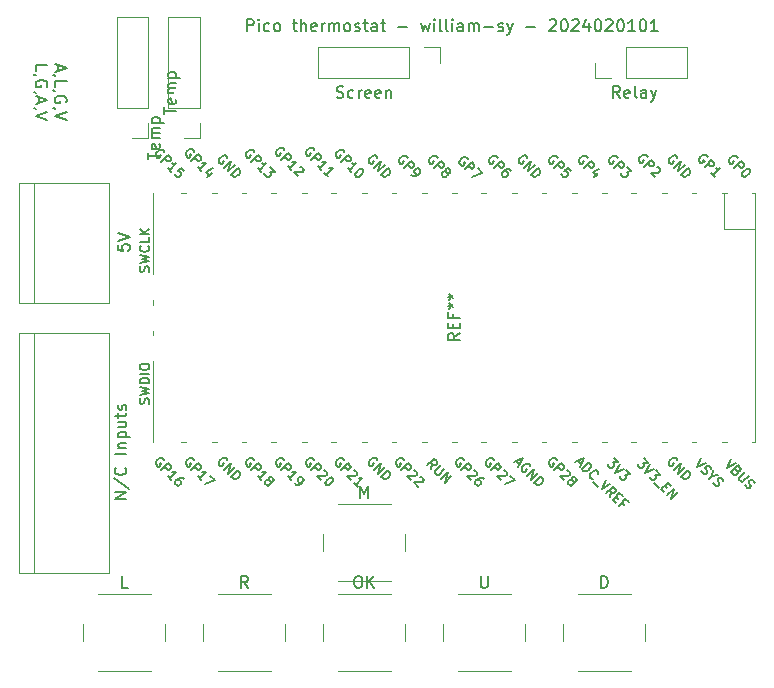
<source format=gto>
G04 #@! TF.GenerationSoftware,KiCad,Pcbnew,7.0.1-0*
G04 #@! TF.CreationDate,2024-02-02T12:19:18+01:00*
G04 #@! TF.ProjectId,thermostat,74686572-6d6f-4737-9461-742e6b696361,rev?*
G04 #@! TF.SameCoordinates,Original*
G04 #@! TF.FileFunction,Legend,Top*
G04 #@! TF.FilePolarity,Positive*
%FSLAX46Y46*%
G04 Gerber Fmt 4.6, Leading zero omitted, Abs format (unit mm)*
G04 Created by KiCad (PCBNEW 7.0.1-0) date 2024-02-02 12:19:18*
%MOMM*%
%LPD*%
G01*
G04 APERTURE LIST*
%ADD10C,0.150000*%
%ADD11C,0.120000*%
%ADD12C,2.000000*%
%ADD13R,1.700000X1.700000*%
%ADD14O,1.700000X1.700000*%
%ADD15R,3.000000X3.000000*%
%ADD16C,3.000000*%
%ADD17O,1.800000X1.800000*%
%ADD18O,1.500000X1.500000*%
%ADD19R,1.700000X3.500000*%
%ADD20R,3.500000X1.700000*%
G04 APERTURE END LIST*
D10*
X88388095Y-58610476D02*
X88388095Y-59086666D01*
X88102380Y-58515238D02*
X89102380Y-58848571D01*
X89102380Y-58848571D02*
X88102380Y-59181904D01*
X88150000Y-59562857D02*
X88102380Y-59562857D01*
X88102380Y-59562857D02*
X88007142Y-59515238D01*
X88007142Y-59515238D02*
X87959523Y-59467619D01*
X88102380Y-60467618D02*
X88102380Y-59991428D01*
X88102380Y-59991428D02*
X89102380Y-59991428D01*
X88150000Y-60848571D02*
X88102380Y-60848571D01*
X88102380Y-60848571D02*
X88007142Y-60800952D01*
X88007142Y-60800952D02*
X87959523Y-60753333D01*
X89054761Y-61800951D02*
X89102380Y-61705713D01*
X89102380Y-61705713D02*
X89102380Y-61562856D01*
X89102380Y-61562856D02*
X89054761Y-61419999D01*
X89054761Y-61419999D02*
X88959523Y-61324761D01*
X88959523Y-61324761D02*
X88864285Y-61277142D01*
X88864285Y-61277142D02*
X88673809Y-61229523D01*
X88673809Y-61229523D02*
X88530952Y-61229523D01*
X88530952Y-61229523D02*
X88340476Y-61277142D01*
X88340476Y-61277142D02*
X88245238Y-61324761D01*
X88245238Y-61324761D02*
X88150000Y-61419999D01*
X88150000Y-61419999D02*
X88102380Y-61562856D01*
X88102380Y-61562856D02*
X88102380Y-61658094D01*
X88102380Y-61658094D02*
X88150000Y-61800951D01*
X88150000Y-61800951D02*
X88197619Y-61848570D01*
X88197619Y-61848570D02*
X88530952Y-61848570D01*
X88530952Y-61848570D02*
X88530952Y-61658094D01*
X88150000Y-62324761D02*
X88102380Y-62324761D01*
X88102380Y-62324761D02*
X88007142Y-62277142D01*
X88007142Y-62277142D02*
X87959523Y-62229523D01*
X89102380Y-62610475D02*
X88102380Y-62943808D01*
X88102380Y-62943808D02*
X89102380Y-63277141D01*
X86482380Y-59134285D02*
X86482380Y-58658095D01*
X86482380Y-58658095D02*
X87482380Y-58658095D01*
X86530000Y-59515238D02*
X86482380Y-59515238D01*
X86482380Y-59515238D02*
X86387142Y-59467619D01*
X86387142Y-59467619D02*
X86339523Y-59420000D01*
X87434761Y-60467618D02*
X87482380Y-60372380D01*
X87482380Y-60372380D02*
X87482380Y-60229523D01*
X87482380Y-60229523D02*
X87434761Y-60086666D01*
X87434761Y-60086666D02*
X87339523Y-59991428D01*
X87339523Y-59991428D02*
X87244285Y-59943809D01*
X87244285Y-59943809D02*
X87053809Y-59896190D01*
X87053809Y-59896190D02*
X86910952Y-59896190D01*
X86910952Y-59896190D02*
X86720476Y-59943809D01*
X86720476Y-59943809D02*
X86625238Y-59991428D01*
X86625238Y-59991428D02*
X86530000Y-60086666D01*
X86530000Y-60086666D02*
X86482380Y-60229523D01*
X86482380Y-60229523D02*
X86482380Y-60324761D01*
X86482380Y-60324761D02*
X86530000Y-60467618D01*
X86530000Y-60467618D02*
X86577619Y-60515237D01*
X86577619Y-60515237D02*
X86910952Y-60515237D01*
X86910952Y-60515237D02*
X86910952Y-60324761D01*
X86530000Y-60991428D02*
X86482380Y-60991428D01*
X86482380Y-60991428D02*
X86387142Y-60943809D01*
X86387142Y-60943809D02*
X86339523Y-60896190D01*
X86768095Y-61372380D02*
X86768095Y-61848570D01*
X86482380Y-61277142D02*
X87482380Y-61610475D01*
X87482380Y-61610475D02*
X86482380Y-61943808D01*
X86530000Y-62324761D02*
X86482380Y-62324761D01*
X86482380Y-62324761D02*
X86387142Y-62277142D01*
X86387142Y-62277142D02*
X86339523Y-62229523D01*
X87482380Y-62610475D02*
X86482380Y-62943808D01*
X86482380Y-62943808D02*
X87482380Y-63277141D01*
X104378095Y-55757619D02*
X104378095Y-54757619D01*
X104378095Y-54757619D02*
X104759047Y-54757619D01*
X104759047Y-54757619D02*
X104854285Y-54805238D01*
X104854285Y-54805238D02*
X104901904Y-54852857D01*
X104901904Y-54852857D02*
X104949523Y-54948095D01*
X104949523Y-54948095D02*
X104949523Y-55090952D01*
X104949523Y-55090952D02*
X104901904Y-55186190D01*
X104901904Y-55186190D02*
X104854285Y-55233809D01*
X104854285Y-55233809D02*
X104759047Y-55281428D01*
X104759047Y-55281428D02*
X104378095Y-55281428D01*
X105378095Y-55757619D02*
X105378095Y-55090952D01*
X105378095Y-54757619D02*
X105330476Y-54805238D01*
X105330476Y-54805238D02*
X105378095Y-54852857D01*
X105378095Y-54852857D02*
X105425714Y-54805238D01*
X105425714Y-54805238D02*
X105378095Y-54757619D01*
X105378095Y-54757619D02*
X105378095Y-54852857D01*
X106282856Y-55710000D02*
X106187618Y-55757619D01*
X106187618Y-55757619D02*
X105997142Y-55757619D01*
X105997142Y-55757619D02*
X105901904Y-55710000D01*
X105901904Y-55710000D02*
X105854285Y-55662380D01*
X105854285Y-55662380D02*
X105806666Y-55567142D01*
X105806666Y-55567142D02*
X105806666Y-55281428D01*
X105806666Y-55281428D02*
X105854285Y-55186190D01*
X105854285Y-55186190D02*
X105901904Y-55138571D01*
X105901904Y-55138571D02*
X105997142Y-55090952D01*
X105997142Y-55090952D02*
X106187618Y-55090952D01*
X106187618Y-55090952D02*
X106282856Y-55138571D01*
X106854285Y-55757619D02*
X106759047Y-55710000D01*
X106759047Y-55710000D02*
X106711428Y-55662380D01*
X106711428Y-55662380D02*
X106663809Y-55567142D01*
X106663809Y-55567142D02*
X106663809Y-55281428D01*
X106663809Y-55281428D02*
X106711428Y-55186190D01*
X106711428Y-55186190D02*
X106759047Y-55138571D01*
X106759047Y-55138571D02*
X106854285Y-55090952D01*
X106854285Y-55090952D02*
X106997142Y-55090952D01*
X106997142Y-55090952D02*
X107092380Y-55138571D01*
X107092380Y-55138571D02*
X107139999Y-55186190D01*
X107139999Y-55186190D02*
X107187618Y-55281428D01*
X107187618Y-55281428D02*
X107187618Y-55567142D01*
X107187618Y-55567142D02*
X107139999Y-55662380D01*
X107139999Y-55662380D02*
X107092380Y-55710000D01*
X107092380Y-55710000D02*
X106997142Y-55757619D01*
X106997142Y-55757619D02*
X106854285Y-55757619D01*
X108235238Y-55090952D02*
X108616190Y-55090952D01*
X108378095Y-54757619D02*
X108378095Y-55614761D01*
X108378095Y-55614761D02*
X108425714Y-55710000D01*
X108425714Y-55710000D02*
X108520952Y-55757619D01*
X108520952Y-55757619D02*
X108616190Y-55757619D01*
X108949524Y-55757619D02*
X108949524Y-54757619D01*
X109378095Y-55757619D02*
X109378095Y-55233809D01*
X109378095Y-55233809D02*
X109330476Y-55138571D01*
X109330476Y-55138571D02*
X109235238Y-55090952D01*
X109235238Y-55090952D02*
X109092381Y-55090952D01*
X109092381Y-55090952D02*
X108997143Y-55138571D01*
X108997143Y-55138571D02*
X108949524Y-55186190D01*
X110235238Y-55710000D02*
X110140000Y-55757619D01*
X110140000Y-55757619D02*
X109949524Y-55757619D01*
X109949524Y-55757619D02*
X109854286Y-55710000D01*
X109854286Y-55710000D02*
X109806667Y-55614761D01*
X109806667Y-55614761D02*
X109806667Y-55233809D01*
X109806667Y-55233809D02*
X109854286Y-55138571D01*
X109854286Y-55138571D02*
X109949524Y-55090952D01*
X109949524Y-55090952D02*
X110140000Y-55090952D01*
X110140000Y-55090952D02*
X110235238Y-55138571D01*
X110235238Y-55138571D02*
X110282857Y-55233809D01*
X110282857Y-55233809D02*
X110282857Y-55329047D01*
X110282857Y-55329047D02*
X109806667Y-55424285D01*
X110711429Y-55757619D02*
X110711429Y-55090952D01*
X110711429Y-55281428D02*
X110759048Y-55186190D01*
X110759048Y-55186190D02*
X110806667Y-55138571D01*
X110806667Y-55138571D02*
X110901905Y-55090952D01*
X110901905Y-55090952D02*
X110997143Y-55090952D01*
X111330477Y-55757619D02*
X111330477Y-55090952D01*
X111330477Y-55186190D02*
X111378096Y-55138571D01*
X111378096Y-55138571D02*
X111473334Y-55090952D01*
X111473334Y-55090952D02*
X111616191Y-55090952D01*
X111616191Y-55090952D02*
X111711429Y-55138571D01*
X111711429Y-55138571D02*
X111759048Y-55233809D01*
X111759048Y-55233809D02*
X111759048Y-55757619D01*
X111759048Y-55233809D02*
X111806667Y-55138571D01*
X111806667Y-55138571D02*
X111901905Y-55090952D01*
X111901905Y-55090952D02*
X112044762Y-55090952D01*
X112044762Y-55090952D02*
X112140001Y-55138571D01*
X112140001Y-55138571D02*
X112187620Y-55233809D01*
X112187620Y-55233809D02*
X112187620Y-55757619D01*
X112806667Y-55757619D02*
X112711429Y-55710000D01*
X112711429Y-55710000D02*
X112663810Y-55662380D01*
X112663810Y-55662380D02*
X112616191Y-55567142D01*
X112616191Y-55567142D02*
X112616191Y-55281428D01*
X112616191Y-55281428D02*
X112663810Y-55186190D01*
X112663810Y-55186190D02*
X112711429Y-55138571D01*
X112711429Y-55138571D02*
X112806667Y-55090952D01*
X112806667Y-55090952D02*
X112949524Y-55090952D01*
X112949524Y-55090952D02*
X113044762Y-55138571D01*
X113044762Y-55138571D02*
X113092381Y-55186190D01*
X113092381Y-55186190D02*
X113140000Y-55281428D01*
X113140000Y-55281428D02*
X113140000Y-55567142D01*
X113140000Y-55567142D02*
X113092381Y-55662380D01*
X113092381Y-55662380D02*
X113044762Y-55710000D01*
X113044762Y-55710000D02*
X112949524Y-55757619D01*
X112949524Y-55757619D02*
X112806667Y-55757619D01*
X113520953Y-55710000D02*
X113616191Y-55757619D01*
X113616191Y-55757619D02*
X113806667Y-55757619D01*
X113806667Y-55757619D02*
X113901905Y-55710000D01*
X113901905Y-55710000D02*
X113949524Y-55614761D01*
X113949524Y-55614761D02*
X113949524Y-55567142D01*
X113949524Y-55567142D02*
X113901905Y-55471904D01*
X113901905Y-55471904D02*
X113806667Y-55424285D01*
X113806667Y-55424285D02*
X113663810Y-55424285D01*
X113663810Y-55424285D02*
X113568572Y-55376666D01*
X113568572Y-55376666D02*
X113520953Y-55281428D01*
X113520953Y-55281428D02*
X113520953Y-55233809D01*
X113520953Y-55233809D02*
X113568572Y-55138571D01*
X113568572Y-55138571D02*
X113663810Y-55090952D01*
X113663810Y-55090952D02*
X113806667Y-55090952D01*
X113806667Y-55090952D02*
X113901905Y-55138571D01*
X114235239Y-55090952D02*
X114616191Y-55090952D01*
X114378096Y-54757619D02*
X114378096Y-55614761D01*
X114378096Y-55614761D02*
X114425715Y-55710000D01*
X114425715Y-55710000D02*
X114520953Y-55757619D01*
X114520953Y-55757619D02*
X114616191Y-55757619D01*
X115378096Y-55757619D02*
X115378096Y-55233809D01*
X115378096Y-55233809D02*
X115330477Y-55138571D01*
X115330477Y-55138571D02*
X115235239Y-55090952D01*
X115235239Y-55090952D02*
X115044763Y-55090952D01*
X115044763Y-55090952D02*
X114949525Y-55138571D01*
X115378096Y-55710000D02*
X115282858Y-55757619D01*
X115282858Y-55757619D02*
X115044763Y-55757619D01*
X115044763Y-55757619D02*
X114949525Y-55710000D01*
X114949525Y-55710000D02*
X114901906Y-55614761D01*
X114901906Y-55614761D02*
X114901906Y-55519523D01*
X114901906Y-55519523D02*
X114949525Y-55424285D01*
X114949525Y-55424285D02*
X115044763Y-55376666D01*
X115044763Y-55376666D02*
X115282858Y-55376666D01*
X115282858Y-55376666D02*
X115378096Y-55329047D01*
X115711430Y-55090952D02*
X116092382Y-55090952D01*
X115854287Y-54757619D02*
X115854287Y-55614761D01*
X115854287Y-55614761D02*
X115901906Y-55710000D01*
X115901906Y-55710000D02*
X115997144Y-55757619D01*
X115997144Y-55757619D02*
X116092382Y-55757619D01*
X117187621Y-55376666D02*
X117949526Y-55376666D01*
X119092383Y-55090952D02*
X119282859Y-55757619D01*
X119282859Y-55757619D02*
X119473335Y-55281428D01*
X119473335Y-55281428D02*
X119663811Y-55757619D01*
X119663811Y-55757619D02*
X119854287Y-55090952D01*
X120235240Y-55757619D02*
X120235240Y-55090952D01*
X120235240Y-54757619D02*
X120187621Y-54805238D01*
X120187621Y-54805238D02*
X120235240Y-54852857D01*
X120235240Y-54852857D02*
X120282859Y-54805238D01*
X120282859Y-54805238D02*
X120235240Y-54757619D01*
X120235240Y-54757619D02*
X120235240Y-54852857D01*
X120854287Y-55757619D02*
X120759049Y-55710000D01*
X120759049Y-55710000D02*
X120711430Y-55614761D01*
X120711430Y-55614761D02*
X120711430Y-54757619D01*
X121378097Y-55757619D02*
X121282859Y-55710000D01*
X121282859Y-55710000D02*
X121235240Y-55614761D01*
X121235240Y-55614761D02*
X121235240Y-54757619D01*
X121759050Y-55757619D02*
X121759050Y-55090952D01*
X121759050Y-54757619D02*
X121711431Y-54805238D01*
X121711431Y-54805238D02*
X121759050Y-54852857D01*
X121759050Y-54852857D02*
X121806669Y-54805238D01*
X121806669Y-54805238D02*
X121759050Y-54757619D01*
X121759050Y-54757619D02*
X121759050Y-54852857D01*
X122663811Y-55757619D02*
X122663811Y-55233809D01*
X122663811Y-55233809D02*
X122616192Y-55138571D01*
X122616192Y-55138571D02*
X122520954Y-55090952D01*
X122520954Y-55090952D02*
X122330478Y-55090952D01*
X122330478Y-55090952D02*
X122235240Y-55138571D01*
X122663811Y-55710000D02*
X122568573Y-55757619D01*
X122568573Y-55757619D02*
X122330478Y-55757619D01*
X122330478Y-55757619D02*
X122235240Y-55710000D01*
X122235240Y-55710000D02*
X122187621Y-55614761D01*
X122187621Y-55614761D02*
X122187621Y-55519523D01*
X122187621Y-55519523D02*
X122235240Y-55424285D01*
X122235240Y-55424285D02*
X122330478Y-55376666D01*
X122330478Y-55376666D02*
X122568573Y-55376666D01*
X122568573Y-55376666D02*
X122663811Y-55329047D01*
X123140002Y-55757619D02*
X123140002Y-55090952D01*
X123140002Y-55186190D02*
X123187621Y-55138571D01*
X123187621Y-55138571D02*
X123282859Y-55090952D01*
X123282859Y-55090952D02*
X123425716Y-55090952D01*
X123425716Y-55090952D02*
X123520954Y-55138571D01*
X123520954Y-55138571D02*
X123568573Y-55233809D01*
X123568573Y-55233809D02*
X123568573Y-55757619D01*
X123568573Y-55233809D02*
X123616192Y-55138571D01*
X123616192Y-55138571D02*
X123711430Y-55090952D01*
X123711430Y-55090952D02*
X123854287Y-55090952D01*
X123854287Y-55090952D02*
X123949526Y-55138571D01*
X123949526Y-55138571D02*
X123997145Y-55233809D01*
X123997145Y-55233809D02*
X123997145Y-55757619D01*
X124473335Y-55376666D02*
X125235240Y-55376666D01*
X125663811Y-55710000D02*
X125759049Y-55757619D01*
X125759049Y-55757619D02*
X125949525Y-55757619D01*
X125949525Y-55757619D02*
X126044763Y-55710000D01*
X126044763Y-55710000D02*
X126092382Y-55614761D01*
X126092382Y-55614761D02*
X126092382Y-55567142D01*
X126092382Y-55567142D02*
X126044763Y-55471904D01*
X126044763Y-55471904D02*
X125949525Y-55424285D01*
X125949525Y-55424285D02*
X125806668Y-55424285D01*
X125806668Y-55424285D02*
X125711430Y-55376666D01*
X125711430Y-55376666D02*
X125663811Y-55281428D01*
X125663811Y-55281428D02*
X125663811Y-55233809D01*
X125663811Y-55233809D02*
X125711430Y-55138571D01*
X125711430Y-55138571D02*
X125806668Y-55090952D01*
X125806668Y-55090952D02*
X125949525Y-55090952D01*
X125949525Y-55090952D02*
X126044763Y-55138571D01*
X126425716Y-55090952D02*
X126663811Y-55757619D01*
X126901906Y-55090952D02*
X126663811Y-55757619D01*
X126663811Y-55757619D02*
X126568573Y-55995714D01*
X126568573Y-55995714D02*
X126520954Y-56043333D01*
X126520954Y-56043333D02*
X126425716Y-56090952D01*
X128044764Y-55376666D02*
X128806669Y-55376666D01*
X129997145Y-54852857D02*
X130044764Y-54805238D01*
X130044764Y-54805238D02*
X130140002Y-54757619D01*
X130140002Y-54757619D02*
X130378097Y-54757619D01*
X130378097Y-54757619D02*
X130473335Y-54805238D01*
X130473335Y-54805238D02*
X130520954Y-54852857D01*
X130520954Y-54852857D02*
X130568573Y-54948095D01*
X130568573Y-54948095D02*
X130568573Y-55043333D01*
X130568573Y-55043333D02*
X130520954Y-55186190D01*
X130520954Y-55186190D02*
X129949526Y-55757619D01*
X129949526Y-55757619D02*
X130568573Y-55757619D01*
X131187621Y-54757619D02*
X131282859Y-54757619D01*
X131282859Y-54757619D02*
X131378097Y-54805238D01*
X131378097Y-54805238D02*
X131425716Y-54852857D01*
X131425716Y-54852857D02*
X131473335Y-54948095D01*
X131473335Y-54948095D02*
X131520954Y-55138571D01*
X131520954Y-55138571D02*
X131520954Y-55376666D01*
X131520954Y-55376666D02*
X131473335Y-55567142D01*
X131473335Y-55567142D02*
X131425716Y-55662380D01*
X131425716Y-55662380D02*
X131378097Y-55710000D01*
X131378097Y-55710000D02*
X131282859Y-55757619D01*
X131282859Y-55757619D02*
X131187621Y-55757619D01*
X131187621Y-55757619D02*
X131092383Y-55710000D01*
X131092383Y-55710000D02*
X131044764Y-55662380D01*
X131044764Y-55662380D02*
X130997145Y-55567142D01*
X130997145Y-55567142D02*
X130949526Y-55376666D01*
X130949526Y-55376666D02*
X130949526Y-55138571D01*
X130949526Y-55138571D02*
X130997145Y-54948095D01*
X130997145Y-54948095D02*
X131044764Y-54852857D01*
X131044764Y-54852857D02*
X131092383Y-54805238D01*
X131092383Y-54805238D02*
X131187621Y-54757619D01*
X131901907Y-54852857D02*
X131949526Y-54805238D01*
X131949526Y-54805238D02*
X132044764Y-54757619D01*
X132044764Y-54757619D02*
X132282859Y-54757619D01*
X132282859Y-54757619D02*
X132378097Y-54805238D01*
X132378097Y-54805238D02*
X132425716Y-54852857D01*
X132425716Y-54852857D02*
X132473335Y-54948095D01*
X132473335Y-54948095D02*
X132473335Y-55043333D01*
X132473335Y-55043333D02*
X132425716Y-55186190D01*
X132425716Y-55186190D02*
X131854288Y-55757619D01*
X131854288Y-55757619D02*
X132473335Y-55757619D01*
X133330478Y-55090952D02*
X133330478Y-55757619D01*
X133092383Y-54710000D02*
X132854288Y-55424285D01*
X132854288Y-55424285D02*
X133473335Y-55424285D01*
X134044764Y-54757619D02*
X134140002Y-54757619D01*
X134140002Y-54757619D02*
X134235240Y-54805238D01*
X134235240Y-54805238D02*
X134282859Y-54852857D01*
X134282859Y-54852857D02*
X134330478Y-54948095D01*
X134330478Y-54948095D02*
X134378097Y-55138571D01*
X134378097Y-55138571D02*
X134378097Y-55376666D01*
X134378097Y-55376666D02*
X134330478Y-55567142D01*
X134330478Y-55567142D02*
X134282859Y-55662380D01*
X134282859Y-55662380D02*
X134235240Y-55710000D01*
X134235240Y-55710000D02*
X134140002Y-55757619D01*
X134140002Y-55757619D02*
X134044764Y-55757619D01*
X134044764Y-55757619D02*
X133949526Y-55710000D01*
X133949526Y-55710000D02*
X133901907Y-55662380D01*
X133901907Y-55662380D02*
X133854288Y-55567142D01*
X133854288Y-55567142D02*
X133806669Y-55376666D01*
X133806669Y-55376666D02*
X133806669Y-55138571D01*
X133806669Y-55138571D02*
X133854288Y-54948095D01*
X133854288Y-54948095D02*
X133901907Y-54852857D01*
X133901907Y-54852857D02*
X133949526Y-54805238D01*
X133949526Y-54805238D02*
X134044764Y-54757619D01*
X134759050Y-54852857D02*
X134806669Y-54805238D01*
X134806669Y-54805238D02*
X134901907Y-54757619D01*
X134901907Y-54757619D02*
X135140002Y-54757619D01*
X135140002Y-54757619D02*
X135235240Y-54805238D01*
X135235240Y-54805238D02*
X135282859Y-54852857D01*
X135282859Y-54852857D02*
X135330478Y-54948095D01*
X135330478Y-54948095D02*
X135330478Y-55043333D01*
X135330478Y-55043333D02*
X135282859Y-55186190D01*
X135282859Y-55186190D02*
X134711431Y-55757619D01*
X134711431Y-55757619D02*
X135330478Y-55757619D01*
X135949526Y-54757619D02*
X136044764Y-54757619D01*
X136044764Y-54757619D02*
X136140002Y-54805238D01*
X136140002Y-54805238D02*
X136187621Y-54852857D01*
X136187621Y-54852857D02*
X136235240Y-54948095D01*
X136235240Y-54948095D02*
X136282859Y-55138571D01*
X136282859Y-55138571D02*
X136282859Y-55376666D01*
X136282859Y-55376666D02*
X136235240Y-55567142D01*
X136235240Y-55567142D02*
X136187621Y-55662380D01*
X136187621Y-55662380D02*
X136140002Y-55710000D01*
X136140002Y-55710000D02*
X136044764Y-55757619D01*
X136044764Y-55757619D02*
X135949526Y-55757619D01*
X135949526Y-55757619D02*
X135854288Y-55710000D01*
X135854288Y-55710000D02*
X135806669Y-55662380D01*
X135806669Y-55662380D02*
X135759050Y-55567142D01*
X135759050Y-55567142D02*
X135711431Y-55376666D01*
X135711431Y-55376666D02*
X135711431Y-55138571D01*
X135711431Y-55138571D02*
X135759050Y-54948095D01*
X135759050Y-54948095D02*
X135806669Y-54852857D01*
X135806669Y-54852857D02*
X135854288Y-54805238D01*
X135854288Y-54805238D02*
X135949526Y-54757619D01*
X137235240Y-55757619D02*
X136663812Y-55757619D01*
X136949526Y-55757619D02*
X136949526Y-54757619D01*
X136949526Y-54757619D02*
X136854288Y-54900476D01*
X136854288Y-54900476D02*
X136759050Y-54995714D01*
X136759050Y-54995714D02*
X136663812Y-55043333D01*
X137854288Y-54757619D02*
X137949526Y-54757619D01*
X137949526Y-54757619D02*
X138044764Y-54805238D01*
X138044764Y-54805238D02*
X138092383Y-54852857D01*
X138092383Y-54852857D02*
X138140002Y-54948095D01*
X138140002Y-54948095D02*
X138187621Y-55138571D01*
X138187621Y-55138571D02*
X138187621Y-55376666D01*
X138187621Y-55376666D02*
X138140002Y-55567142D01*
X138140002Y-55567142D02*
X138092383Y-55662380D01*
X138092383Y-55662380D02*
X138044764Y-55710000D01*
X138044764Y-55710000D02*
X137949526Y-55757619D01*
X137949526Y-55757619D02*
X137854288Y-55757619D01*
X137854288Y-55757619D02*
X137759050Y-55710000D01*
X137759050Y-55710000D02*
X137711431Y-55662380D01*
X137711431Y-55662380D02*
X137663812Y-55567142D01*
X137663812Y-55567142D02*
X137616193Y-55376666D01*
X137616193Y-55376666D02*
X137616193Y-55138571D01*
X137616193Y-55138571D02*
X137663812Y-54948095D01*
X137663812Y-54948095D02*
X137711431Y-54852857D01*
X137711431Y-54852857D02*
X137759050Y-54805238D01*
X137759050Y-54805238D02*
X137854288Y-54757619D01*
X139140002Y-55757619D02*
X138568574Y-55757619D01*
X138854288Y-55757619D02*
X138854288Y-54757619D01*
X138854288Y-54757619D02*
X138759050Y-54900476D01*
X138759050Y-54900476D02*
X138663812Y-54995714D01*
X138663812Y-54995714D02*
X138568574Y-55043333D01*
X113704762Y-101892619D02*
X113895238Y-101892619D01*
X113895238Y-101892619D02*
X113990476Y-101940238D01*
X113990476Y-101940238D02*
X114085714Y-102035476D01*
X114085714Y-102035476D02*
X114133333Y-102225952D01*
X114133333Y-102225952D02*
X114133333Y-102559285D01*
X114133333Y-102559285D02*
X114085714Y-102749761D01*
X114085714Y-102749761D02*
X113990476Y-102845000D01*
X113990476Y-102845000D02*
X113895238Y-102892619D01*
X113895238Y-102892619D02*
X113704762Y-102892619D01*
X113704762Y-102892619D02*
X113609524Y-102845000D01*
X113609524Y-102845000D02*
X113514286Y-102749761D01*
X113514286Y-102749761D02*
X113466667Y-102559285D01*
X113466667Y-102559285D02*
X113466667Y-102225952D01*
X113466667Y-102225952D02*
X113514286Y-102035476D01*
X113514286Y-102035476D02*
X113609524Y-101940238D01*
X113609524Y-101940238D02*
X113704762Y-101892619D01*
X114561905Y-102892619D02*
X114561905Y-101892619D01*
X115133333Y-102892619D02*
X114704762Y-102321190D01*
X115133333Y-101892619D02*
X114561905Y-102464047D01*
X97382619Y-62793332D02*
X97382619Y-62221904D01*
X98382619Y-62507618D02*
X97382619Y-62507618D01*
X98335000Y-61507618D02*
X98382619Y-61602856D01*
X98382619Y-61602856D02*
X98382619Y-61793332D01*
X98382619Y-61793332D02*
X98335000Y-61888570D01*
X98335000Y-61888570D02*
X98239761Y-61936189D01*
X98239761Y-61936189D02*
X97858809Y-61936189D01*
X97858809Y-61936189D02*
X97763571Y-61888570D01*
X97763571Y-61888570D02*
X97715952Y-61793332D01*
X97715952Y-61793332D02*
X97715952Y-61602856D01*
X97715952Y-61602856D02*
X97763571Y-61507618D01*
X97763571Y-61507618D02*
X97858809Y-61459999D01*
X97858809Y-61459999D02*
X97954047Y-61459999D01*
X97954047Y-61459999D02*
X98049285Y-61936189D01*
X98382619Y-61031427D02*
X97715952Y-61031427D01*
X97811190Y-61031427D02*
X97763571Y-60983808D01*
X97763571Y-60983808D02*
X97715952Y-60888570D01*
X97715952Y-60888570D02*
X97715952Y-60745713D01*
X97715952Y-60745713D02*
X97763571Y-60650475D01*
X97763571Y-60650475D02*
X97858809Y-60602856D01*
X97858809Y-60602856D02*
X98382619Y-60602856D01*
X97858809Y-60602856D02*
X97763571Y-60555237D01*
X97763571Y-60555237D02*
X97715952Y-60459999D01*
X97715952Y-60459999D02*
X97715952Y-60317142D01*
X97715952Y-60317142D02*
X97763571Y-60221903D01*
X97763571Y-60221903D02*
X97858809Y-60174284D01*
X97858809Y-60174284D02*
X98382619Y-60174284D01*
X97715952Y-59698094D02*
X98715952Y-59698094D01*
X97763571Y-59698094D02*
X97715952Y-59602856D01*
X97715952Y-59602856D02*
X97715952Y-59412380D01*
X97715952Y-59412380D02*
X97763571Y-59317142D01*
X97763571Y-59317142D02*
X97811190Y-59269523D01*
X97811190Y-59269523D02*
X97906428Y-59221904D01*
X97906428Y-59221904D02*
X98192142Y-59221904D01*
X98192142Y-59221904D02*
X98287380Y-59269523D01*
X98287380Y-59269523D02*
X98335000Y-59317142D01*
X98335000Y-59317142D02*
X98382619Y-59412380D01*
X98382619Y-59412380D02*
X98382619Y-59602856D01*
X98382619Y-59602856D02*
X98335000Y-59698094D01*
X93442619Y-73850476D02*
X93442619Y-74326666D01*
X93442619Y-74326666D02*
X93918809Y-74374285D01*
X93918809Y-74374285D02*
X93871190Y-74326666D01*
X93871190Y-74326666D02*
X93823571Y-74231428D01*
X93823571Y-74231428D02*
X93823571Y-73993333D01*
X93823571Y-73993333D02*
X93871190Y-73898095D01*
X93871190Y-73898095D02*
X93918809Y-73850476D01*
X93918809Y-73850476D02*
X94014047Y-73802857D01*
X94014047Y-73802857D02*
X94252142Y-73802857D01*
X94252142Y-73802857D02*
X94347380Y-73850476D01*
X94347380Y-73850476D02*
X94395000Y-73898095D01*
X94395000Y-73898095D02*
X94442619Y-73993333D01*
X94442619Y-73993333D02*
X94442619Y-74231428D01*
X94442619Y-74231428D02*
X94395000Y-74326666D01*
X94395000Y-74326666D02*
X94347380Y-74374285D01*
X93442619Y-73517142D02*
X94442619Y-73183809D01*
X94442619Y-73183809D02*
X93442619Y-72850476D01*
X95982619Y-66613332D02*
X95982619Y-66041904D01*
X96982619Y-66327618D02*
X95982619Y-66327618D01*
X96935000Y-65327618D02*
X96982619Y-65422856D01*
X96982619Y-65422856D02*
X96982619Y-65613332D01*
X96982619Y-65613332D02*
X96935000Y-65708570D01*
X96935000Y-65708570D02*
X96839761Y-65756189D01*
X96839761Y-65756189D02*
X96458809Y-65756189D01*
X96458809Y-65756189D02*
X96363571Y-65708570D01*
X96363571Y-65708570D02*
X96315952Y-65613332D01*
X96315952Y-65613332D02*
X96315952Y-65422856D01*
X96315952Y-65422856D02*
X96363571Y-65327618D01*
X96363571Y-65327618D02*
X96458809Y-65279999D01*
X96458809Y-65279999D02*
X96554047Y-65279999D01*
X96554047Y-65279999D02*
X96649285Y-65756189D01*
X96982619Y-64851427D02*
X96315952Y-64851427D01*
X96411190Y-64851427D02*
X96363571Y-64803808D01*
X96363571Y-64803808D02*
X96315952Y-64708570D01*
X96315952Y-64708570D02*
X96315952Y-64565713D01*
X96315952Y-64565713D02*
X96363571Y-64470475D01*
X96363571Y-64470475D02*
X96458809Y-64422856D01*
X96458809Y-64422856D02*
X96982619Y-64422856D01*
X96458809Y-64422856D02*
X96363571Y-64375237D01*
X96363571Y-64375237D02*
X96315952Y-64279999D01*
X96315952Y-64279999D02*
X96315952Y-64137142D01*
X96315952Y-64137142D02*
X96363571Y-64041903D01*
X96363571Y-64041903D02*
X96458809Y-63994284D01*
X96458809Y-63994284D02*
X96982619Y-63994284D01*
X96315952Y-63518094D02*
X97315952Y-63518094D01*
X96363571Y-63518094D02*
X96315952Y-63422856D01*
X96315952Y-63422856D02*
X96315952Y-63232380D01*
X96315952Y-63232380D02*
X96363571Y-63137142D01*
X96363571Y-63137142D02*
X96411190Y-63089523D01*
X96411190Y-63089523D02*
X96506428Y-63041904D01*
X96506428Y-63041904D02*
X96792142Y-63041904D01*
X96792142Y-63041904D02*
X96887380Y-63089523D01*
X96887380Y-63089523D02*
X96935000Y-63137142D01*
X96935000Y-63137142D02*
X96982619Y-63232380D01*
X96982619Y-63232380D02*
X96982619Y-63422856D01*
X96982619Y-63422856D02*
X96935000Y-63518094D01*
X124174286Y-101892619D02*
X124174286Y-102702142D01*
X124174286Y-102702142D02*
X124221905Y-102797380D01*
X124221905Y-102797380D02*
X124269524Y-102845000D01*
X124269524Y-102845000D02*
X124364762Y-102892619D01*
X124364762Y-102892619D02*
X124555238Y-102892619D01*
X124555238Y-102892619D02*
X124650476Y-102845000D01*
X124650476Y-102845000D02*
X124698095Y-102797380D01*
X124698095Y-102797380D02*
X124745714Y-102702142D01*
X124745714Y-102702142D02*
X124745714Y-101892619D01*
X134358095Y-102892619D02*
X134358095Y-101892619D01*
X134358095Y-101892619D02*
X134596190Y-101892619D01*
X134596190Y-101892619D02*
X134739047Y-101940238D01*
X134739047Y-101940238D02*
X134834285Y-102035476D01*
X134834285Y-102035476D02*
X134881904Y-102130714D01*
X134881904Y-102130714D02*
X134929523Y-102321190D01*
X134929523Y-102321190D02*
X134929523Y-102464047D01*
X134929523Y-102464047D02*
X134881904Y-102654523D01*
X134881904Y-102654523D02*
X134834285Y-102749761D01*
X134834285Y-102749761D02*
X134739047Y-102845000D01*
X134739047Y-102845000D02*
X134596190Y-102892619D01*
X134596190Y-102892619D02*
X134358095Y-102892619D01*
X111966666Y-61375000D02*
X112109523Y-61422619D01*
X112109523Y-61422619D02*
X112347618Y-61422619D01*
X112347618Y-61422619D02*
X112442856Y-61375000D01*
X112442856Y-61375000D02*
X112490475Y-61327380D01*
X112490475Y-61327380D02*
X112538094Y-61232142D01*
X112538094Y-61232142D02*
X112538094Y-61136904D01*
X112538094Y-61136904D02*
X112490475Y-61041666D01*
X112490475Y-61041666D02*
X112442856Y-60994047D01*
X112442856Y-60994047D02*
X112347618Y-60946428D01*
X112347618Y-60946428D02*
X112157142Y-60898809D01*
X112157142Y-60898809D02*
X112061904Y-60851190D01*
X112061904Y-60851190D02*
X112014285Y-60803571D01*
X112014285Y-60803571D02*
X111966666Y-60708333D01*
X111966666Y-60708333D02*
X111966666Y-60613095D01*
X111966666Y-60613095D02*
X112014285Y-60517857D01*
X112014285Y-60517857D02*
X112061904Y-60470238D01*
X112061904Y-60470238D02*
X112157142Y-60422619D01*
X112157142Y-60422619D02*
X112395237Y-60422619D01*
X112395237Y-60422619D02*
X112538094Y-60470238D01*
X113395237Y-61375000D02*
X113299999Y-61422619D01*
X113299999Y-61422619D02*
X113109523Y-61422619D01*
X113109523Y-61422619D02*
X113014285Y-61375000D01*
X113014285Y-61375000D02*
X112966666Y-61327380D01*
X112966666Y-61327380D02*
X112919047Y-61232142D01*
X112919047Y-61232142D02*
X112919047Y-60946428D01*
X112919047Y-60946428D02*
X112966666Y-60851190D01*
X112966666Y-60851190D02*
X113014285Y-60803571D01*
X113014285Y-60803571D02*
X113109523Y-60755952D01*
X113109523Y-60755952D02*
X113299999Y-60755952D01*
X113299999Y-60755952D02*
X113395237Y-60803571D01*
X113823809Y-61422619D02*
X113823809Y-60755952D01*
X113823809Y-60946428D02*
X113871428Y-60851190D01*
X113871428Y-60851190D02*
X113919047Y-60803571D01*
X113919047Y-60803571D02*
X114014285Y-60755952D01*
X114014285Y-60755952D02*
X114109523Y-60755952D01*
X114823809Y-61375000D02*
X114728571Y-61422619D01*
X114728571Y-61422619D02*
X114538095Y-61422619D01*
X114538095Y-61422619D02*
X114442857Y-61375000D01*
X114442857Y-61375000D02*
X114395238Y-61279761D01*
X114395238Y-61279761D02*
X114395238Y-60898809D01*
X114395238Y-60898809D02*
X114442857Y-60803571D01*
X114442857Y-60803571D02*
X114538095Y-60755952D01*
X114538095Y-60755952D02*
X114728571Y-60755952D01*
X114728571Y-60755952D02*
X114823809Y-60803571D01*
X114823809Y-60803571D02*
X114871428Y-60898809D01*
X114871428Y-60898809D02*
X114871428Y-60994047D01*
X114871428Y-60994047D02*
X114395238Y-61089285D01*
X115680952Y-61375000D02*
X115585714Y-61422619D01*
X115585714Y-61422619D02*
X115395238Y-61422619D01*
X115395238Y-61422619D02*
X115300000Y-61375000D01*
X115300000Y-61375000D02*
X115252381Y-61279761D01*
X115252381Y-61279761D02*
X115252381Y-60898809D01*
X115252381Y-60898809D02*
X115300000Y-60803571D01*
X115300000Y-60803571D02*
X115395238Y-60755952D01*
X115395238Y-60755952D02*
X115585714Y-60755952D01*
X115585714Y-60755952D02*
X115680952Y-60803571D01*
X115680952Y-60803571D02*
X115728571Y-60898809D01*
X115728571Y-60898809D02*
X115728571Y-60994047D01*
X115728571Y-60994047D02*
X115252381Y-61089285D01*
X116157143Y-60755952D02*
X116157143Y-61422619D01*
X116157143Y-60851190D02*
X116204762Y-60803571D01*
X116204762Y-60803571D02*
X116300000Y-60755952D01*
X116300000Y-60755952D02*
X116442857Y-60755952D01*
X116442857Y-60755952D02*
X116538095Y-60803571D01*
X116538095Y-60803571D02*
X116585714Y-60898809D01*
X116585714Y-60898809D02*
X116585714Y-61422619D01*
X94289523Y-102892619D02*
X93813333Y-102892619D01*
X93813333Y-102892619D02*
X93813333Y-101892619D01*
X104449523Y-102892619D02*
X104116190Y-102416428D01*
X103878095Y-102892619D02*
X103878095Y-101892619D01*
X103878095Y-101892619D02*
X104259047Y-101892619D01*
X104259047Y-101892619D02*
X104354285Y-101940238D01*
X104354285Y-101940238D02*
X104401904Y-101987857D01*
X104401904Y-101987857D02*
X104449523Y-102083095D01*
X104449523Y-102083095D02*
X104449523Y-102225952D01*
X104449523Y-102225952D02*
X104401904Y-102321190D01*
X104401904Y-102321190D02*
X104354285Y-102368809D01*
X104354285Y-102368809D02*
X104259047Y-102416428D01*
X104259047Y-102416428D02*
X103878095Y-102416428D01*
X113966667Y-95272619D02*
X113966667Y-94272619D01*
X113966667Y-94272619D02*
X114300000Y-94986904D01*
X114300000Y-94986904D02*
X114633333Y-94272619D01*
X114633333Y-94272619D02*
X114633333Y-95272619D01*
X94162619Y-95396190D02*
X93162619Y-95396190D01*
X93162619Y-95396190D02*
X94162619Y-94824762D01*
X94162619Y-94824762D02*
X93162619Y-94824762D01*
X93115000Y-93634286D02*
X94400714Y-94491428D01*
X94067380Y-92729524D02*
X94115000Y-92777143D01*
X94115000Y-92777143D02*
X94162619Y-92920000D01*
X94162619Y-92920000D02*
X94162619Y-93015238D01*
X94162619Y-93015238D02*
X94115000Y-93158095D01*
X94115000Y-93158095D02*
X94019761Y-93253333D01*
X94019761Y-93253333D02*
X93924523Y-93300952D01*
X93924523Y-93300952D02*
X93734047Y-93348571D01*
X93734047Y-93348571D02*
X93591190Y-93348571D01*
X93591190Y-93348571D02*
X93400714Y-93300952D01*
X93400714Y-93300952D02*
X93305476Y-93253333D01*
X93305476Y-93253333D02*
X93210238Y-93158095D01*
X93210238Y-93158095D02*
X93162619Y-93015238D01*
X93162619Y-93015238D02*
X93162619Y-92920000D01*
X93162619Y-92920000D02*
X93210238Y-92777143D01*
X93210238Y-92777143D02*
X93257857Y-92729524D01*
X94162619Y-91539047D02*
X93162619Y-91539047D01*
X93495952Y-91062857D02*
X94162619Y-91062857D01*
X93591190Y-91062857D02*
X93543571Y-91015238D01*
X93543571Y-91015238D02*
X93495952Y-90920000D01*
X93495952Y-90920000D02*
X93495952Y-90777143D01*
X93495952Y-90777143D02*
X93543571Y-90681905D01*
X93543571Y-90681905D02*
X93638809Y-90634286D01*
X93638809Y-90634286D02*
X94162619Y-90634286D01*
X93495952Y-90158095D02*
X94495952Y-90158095D01*
X93543571Y-90158095D02*
X93495952Y-90062857D01*
X93495952Y-90062857D02*
X93495952Y-89872381D01*
X93495952Y-89872381D02*
X93543571Y-89777143D01*
X93543571Y-89777143D02*
X93591190Y-89729524D01*
X93591190Y-89729524D02*
X93686428Y-89681905D01*
X93686428Y-89681905D02*
X93972142Y-89681905D01*
X93972142Y-89681905D02*
X94067380Y-89729524D01*
X94067380Y-89729524D02*
X94115000Y-89777143D01*
X94115000Y-89777143D02*
X94162619Y-89872381D01*
X94162619Y-89872381D02*
X94162619Y-90062857D01*
X94162619Y-90062857D02*
X94115000Y-90158095D01*
X93495952Y-88824762D02*
X94162619Y-88824762D01*
X93495952Y-89253333D02*
X94019761Y-89253333D01*
X94019761Y-89253333D02*
X94115000Y-89205714D01*
X94115000Y-89205714D02*
X94162619Y-89110476D01*
X94162619Y-89110476D02*
X94162619Y-88967619D01*
X94162619Y-88967619D02*
X94115000Y-88872381D01*
X94115000Y-88872381D02*
X94067380Y-88824762D01*
X93495952Y-88491428D02*
X93495952Y-88110476D01*
X93162619Y-88348571D02*
X94019761Y-88348571D01*
X94019761Y-88348571D02*
X94115000Y-88300952D01*
X94115000Y-88300952D02*
X94162619Y-88205714D01*
X94162619Y-88205714D02*
X94162619Y-88110476D01*
X94115000Y-87824761D02*
X94162619Y-87729523D01*
X94162619Y-87729523D02*
X94162619Y-87539047D01*
X94162619Y-87539047D02*
X94115000Y-87443809D01*
X94115000Y-87443809D02*
X94019761Y-87396190D01*
X94019761Y-87396190D02*
X93972142Y-87396190D01*
X93972142Y-87396190D02*
X93876904Y-87443809D01*
X93876904Y-87443809D02*
X93829285Y-87539047D01*
X93829285Y-87539047D02*
X93829285Y-87681904D01*
X93829285Y-87681904D02*
X93781666Y-87777142D01*
X93781666Y-87777142D02*
X93686428Y-87824761D01*
X93686428Y-87824761D02*
X93638809Y-87824761D01*
X93638809Y-87824761D02*
X93543571Y-87777142D01*
X93543571Y-87777142D02*
X93495952Y-87681904D01*
X93495952Y-87681904D02*
X93495952Y-87539047D01*
X93495952Y-87539047D02*
X93543571Y-87443809D01*
X122382619Y-81343333D02*
X121906428Y-81676666D01*
X122382619Y-81914761D02*
X121382619Y-81914761D01*
X121382619Y-81914761D02*
X121382619Y-81533809D01*
X121382619Y-81533809D02*
X121430238Y-81438571D01*
X121430238Y-81438571D02*
X121477857Y-81390952D01*
X121477857Y-81390952D02*
X121573095Y-81343333D01*
X121573095Y-81343333D02*
X121715952Y-81343333D01*
X121715952Y-81343333D02*
X121811190Y-81390952D01*
X121811190Y-81390952D02*
X121858809Y-81438571D01*
X121858809Y-81438571D02*
X121906428Y-81533809D01*
X121906428Y-81533809D02*
X121906428Y-81914761D01*
X121858809Y-80914761D02*
X121858809Y-80581428D01*
X122382619Y-80438571D02*
X122382619Y-80914761D01*
X122382619Y-80914761D02*
X121382619Y-80914761D01*
X121382619Y-80914761D02*
X121382619Y-80438571D01*
X121858809Y-79676666D02*
X121858809Y-80009999D01*
X122382619Y-80009999D02*
X121382619Y-80009999D01*
X121382619Y-80009999D02*
X121382619Y-79533809D01*
X121382619Y-79009999D02*
X121620714Y-79009999D01*
X121525476Y-79248094D02*
X121620714Y-79009999D01*
X121620714Y-79009999D02*
X121525476Y-78771904D01*
X121811190Y-79152856D02*
X121620714Y-79009999D01*
X121620714Y-79009999D02*
X121811190Y-78867142D01*
X121382619Y-78248094D02*
X121620714Y-78248094D01*
X121525476Y-78486189D02*
X121620714Y-78248094D01*
X121620714Y-78248094D02*
X121525476Y-78009999D01*
X121811190Y-78390951D02*
X121620714Y-78248094D01*
X121620714Y-78248094D02*
X121811190Y-78105237D01*
X107553615Y-65859513D02*
X107526678Y-65778701D01*
X107526678Y-65778701D02*
X107445866Y-65697889D01*
X107445866Y-65697889D02*
X107338116Y-65644014D01*
X107338116Y-65644014D02*
X107230367Y-65644014D01*
X107230367Y-65644014D02*
X107149554Y-65670951D01*
X107149554Y-65670951D02*
X107014867Y-65751764D01*
X107014867Y-65751764D02*
X106934055Y-65832576D01*
X106934055Y-65832576D02*
X106853243Y-65967263D01*
X106853243Y-65967263D02*
X106826306Y-66048075D01*
X106826306Y-66048075D02*
X106826306Y-66155825D01*
X106826306Y-66155825D02*
X106880180Y-66263574D01*
X106880180Y-66263574D02*
X106934055Y-66317449D01*
X106934055Y-66317449D02*
X107041805Y-66371324D01*
X107041805Y-66371324D02*
X107095680Y-66371324D01*
X107095680Y-66371324D02*
X107284241Y-66182762D01*
X107284241Y-66182762D02*
X107176492Y-66075012D01*
X107284241Y-66667635D02*
X107849927Y-66101950D01*
X107849927Y-66101950D02*
X108065426Y-66317449D01*
X108065426Y-66317449D02*
X108092363Y-66398261D01*
X108092363Y-66398261D02*
X108092363Y-66452136D01*
X108092363Y-66452136D02*
X108065426Y-66532948D01*
X108065426Y-66532948D02*
X107984614Y-66613760D01*
X107984614Y-66613760D02*
X107903802Y-66640698D01*
X107903802Y-66640698D02*
X107849927Y-66640698D01*
X107849927Y-66640698D02*
X107769115Y-66613760D01*
X107769115Y-66613760D02*
X107553615Y-66398261D01*
X108146238Y-67529632D02*
X107822989Y-67206383D01*
X107984614Y-67368008D02*
X108550299Y-66802322D01*
X108550299Y-66802322D02*
X108415612Y-66829260D01*
X108415612Y-66829260D02*
X108307863Y-66829260D01*
X108307863Y-66829260D02*
X108227051Y-66802322D01*
X108873548Y-67233321D02*
X108927423Y-67233321D01*
X108927423Y-67233321D02*
X109008235Y-67260258D01*
X109008235Y-67260258D02*
X109142922Y-67394945D01*
X109142922Y-67394945D02*
X109169860Y-67475757D01*
X109169860Y-67475757D02*
X109169860Y-67529632D01*
X109169860Y-67529632D02*
X109142922Y-67610444D01*
X109142922Y-67610444D02*
X109089048Y-67664319D01*
X109089048Y-67664319D02*
X108981298Y-67718194D01*
X108981298Y-67718194D02*
X108334800Y-67718194D01*
X108334800Y-67718194D02*
X108684986Y-68068380D01*
X99933615Y-92113513D02*
X99906678Y-92032701D01*
X99906678Y-92032701D02*
X99825866Y-91951889D01*
X99825866Y-91951889D02*
X99718116Y-91898014D01*
X99718116Y-91898014D02*
X99610367Y-91898014D01*
X99610367Y-91898014D02*
X99529554Y-91924951D01*
X99529554Y-91924951D02*
X99394867Y-92005764D01*
X99394867Y-92005764D02*
X99314055Y-92086576D01*
X99314055Y-92086576D02*
X99233243Y-92221263D01*
X99233243Y-92221263D02*
X99206306Y-92302075D01*
X99206306Y-92302075D02*
X99206306Y-92409825D01*
X99206306Y-92409825D02*
X99260180Y-92517574D01*
X99260180Y-92517574D02*
X99314055Y-92571449D01*
X99314055Y-92571449D02*
X99421805Y-92625324D01*
X99421805Y-92625324D02*
X99475680Y-92625324D01*
X99475680Y-92625324D02*
X99664241Y-92436762D01*
X99664241Y-92436762D02*
X99556492Y-92329012D01*
X99664241Y-92921635D02*
X100229927Y-92355950D01*
X100229927Y-92355950D02*
X100445426Y-92571449D01*
X100445426Y-92571449D02*
X100472363Y-92652261D01*
X100472363Y-92652261D02*
X100472363Y-92706136D01*
X100472363Y-92706136D02*
X100445426Y-92786948D01*
X100445426Y-92786948D02*
X100364614Y-92867760D01*
X100364614Y-92867760D02*
X100283802Y-92894698D01*
X100283802Y-92894698D02*
X100229927Y-92894698D01*
X100229927Y-92894698D02*
X100149115Y-92867760D01*
X100149115Y-92867760D02*
X99933615Y-92652261D01*
X100526238Y-93783632D02*
X100202989Y-93460383D01*
X100364614Y-93622008D02*
X100930299Y-93056322D01*
X100930299Y-93056322D02*
X100795612Y-93083260D01*
X100795612Y-93083260D02*
X100687863Y-93083260D01*
X100687863Y-93083260D02*
X100607051Y-93056322D01*
X101280486Y-93406509D02*
X101657609Y-93783632D01*
X101657609Y-93783632D02*
X100849487Y-94106881D01*
X99933615Y-65959513D02*
X99906678Y-65878701D01*
X99906678Y-65878701D02*
X99825866Y-65797889D01*
X99825866Y-65797889D02*
X99718116Y-65744014D01*
X99718116Y-65744014D02*
X99610367Y-65744014D01*
X99610367Y-65744014D02*
X99529554Y-65770951D01*
X99529554Y-65770951D02*
X99394867Y-65851764D01*
X99394867Y-65851764D02*
X99314055Y-65932576D01*
X99314055Y-65932576D02*
X99233243Y-66067263D01*
X99233243Y-66067263D02*
X99206306Y-66148075D01*
X99206306Y-66148075D02*
X99206306Y-66255825D01*
X99206306Y-66255825D02*
X99260180Y-66363574D01*
X99260180Y-66363574D02*
X99314055Y-66417449D01*
X99314055Y-66417449D02*
X99421805Y-66471324D01*
X99421805Y-66471324D02*
X99475680Y-66471324D01*
X99475680Y-66471324D02*
X99664241Y-66282762D01*
X99664241Y-66282762D02*
X99556492Y-66175012D01*
X99664241Y-66767635D02*
X100229927Y-66201950D01*
X100229927Y-66201950D02*
X100445426Y-66417449D01*
X100445426Y-66417449D02*
X100472363Y-66498261D01*
X100472363Y-66498261D02*
X100472363Y-66552136D01*
X100472363Y-66552136D02*
X100445426Y-66632948D01*
X100445426Y-66632948D02*
X100364614Y-66713760D01*
X100364614Y-66713760D02*
X100283802Y-66740698D01*
X100283802Y-66740698D02*
X100229927Y-66740698D01*
X100229927Y-66740698D02*
X100149115Y-66713760D01*
X100149115Y-66713760D02*
X99933615Y-66498261D01*
X100526238Y-67629632D02*
X100202989Y-67306383D01*
X100364614Y-67468008D02*
X100930299Y-66902322D01*
X100930299Y-66902322D02*
X100795612Y-66929260D01*
X100795612Y-66929260D02*
X100687863Y-66929260D01*
X100687863Y-66929260D02*
X100607051Y-66902322D01*
X101388235Y-67737382D02*
X101011112Y-68114505D01*
X101469048Y-67387196D02*
X100930299Y-67656570D01*
X100930299Y-67656570D02*
X101280486Y-68006756D01*
X142844242Y-91936265D02*
X142467118Y-92690512D01*
X142467118Y-92690512D02*
X143221365Y-92313388D01*
X142844241Y-93013760D02*
X142898116Y-93121510D01*
X142898116Y-93121510D02*
X143032803Y-93256197D01*
X143032803Y-93256197D02*
X143113615Y-93283134D01*
X143113615Y-93283134D02*
X143167490Y-93283134D01*
X143167490Y-93283134D02*
X143248302Y-93256197D01*
X143248302Y-93256197D02*
X143302177Y-93202322D01*
X143302177Y-93202322D02*
X143329115Y-93121510D01*
X143329115Y-93121510D02*
X143329115Y-93067635D01*
X143329115Y-93067635D02*
X143302177Y-92986823D01*
X143302177Y-92986823D02*
X143221365Y-92852136D01*
X143221365Y-92852136D02*
X143194428Y-92771324D01*
X143194428Y-92771324D02*
X143194428Y-92717449D01*
X143194428Y-92717449D02*
X143221365Y-92636637D01*
X143221365Y-92636637D02*
X143275240Y-92582762D01*
X143275240Y-92582762D02*
X143356052Y-92555825D01*
X143356052Y-92555825D02*
X143409927Y-92555825D01*
X143409927Y-92555825D02*
X143490739Y-92582762D01*
X143490739Y-92582762D02*
X143625426Y-92717449D01*
X143625426Y-92717449D02*
X143679301Y-92825199D01*
X143760113Y-93444759D02*
X143490739Y-93714133D01*
X143867863Y-92959886D02*
X143760113Y-93444759D01*
X143760113Y-93444759D02*
X144244986Y-93337009D01*
X143867863Y-94037382D02*
X143921737Y-94145131D01*
X143921737Y-94145131D02*
X144056424Y-94279818D01*
X144056424Y-94279818D02*
X144137237Y-94306756D01*
X144137237Y-94306756D02*
X144191111Y-94306756D01*
X144191111Y-94306756D02*
X144271924Y-94279818D01*
X144271924Y-94279818D02*
X144325798Y-94225943D01*
X144325798Y-94225943D02*
X144352736Y-94145131D01*
X144352736Y-94145131D02*
X144352736Y-94091256D01*
X144352736Y-94091256D02*
X144325798Y-94010444D01*
X144325798Y-94010444D02*
X144244986Y-93875757D01*
X144244986Y-93875757D02*
X144218049Y-93794945D01*
X144218049Y-93794945D02*
X144218049Y-93741070D01*
X144218049Y-93741070D02*
X144244986Y-93660258D01*
X144244986Y-93660258D02*
X144298861Y-93606383D01*
X144298861Y-93606383D02*
X144379673Y-93579446D01*
X144379673Y-93579446D02*
X144433548Y-93579446D01*
X144433548Y-93579446D02*
X144514360Y-93606383D01*
X144514360Y-93606383D02*
X144649047Y-93741070D01*
X144649047Y-93741070D02*
X144702922Y-93848820D01*
X138302990Y-66428888D02*
X138276053Y-66348075D01*
X138276053Y-66348075D02*
X138195240Y-66267263D01*
X138195240Y-66267263D02*
X138087491Y-66213388D01*
X138087491Y-66213388D02*
X137979741Y-66213388D01*
X137979741Y-66213388D02*
X137898929Y-66240326D01*
X137898929Y-66240326D02*
X137764242Y-66321138D01*
X137764242Y-66321138D02*
X137683430Y-66401950D01*
X137683430Y-66401950D02*
X137602617Y-66536637D01*
X137602617Y-66536637D02*
X137575680Y-66617449D01*
X137575680Y-66617449D02*
X137575680Y-66725199D01*
X137575680Y-66725199D02*
X137629555Y-66832949D01*
X137629555Y-66832949D02*
X137683430Y-66886823D01*
X137683430Y-66886823D02*
X137791179Y-66940698D01*
X137791179Y-66940698D02*
X137845054Y-66940698D01*
X137845054Y-66940698D02*
X138033616Y-66752136D01*
X138033616Y-66752136D02*
X137925866Y-66644387D01*
X138033616Y-67237010D02*
X138599301Y-66671324D01*
X138599301Y-66671324D02*
X138814801Y-66886823D01*
X138814801Y-66886823D02*
X138841738Y-66967636D01*
X138841738Y-66967636D02*
X138841738Y-67021510D01*
X138841738Y-67021510D02*
X138814801Y-67102323D01*
X138814801Y-67102323D02*
X138733988Y-67183135D01*
X138733988Y-67183135D02*
X138653176Y-67210072D01*
X138653176Y-67210072D02*
X138599301Y-67210072D01*
X138599301Y-67210072D02*
X138518489Y-67183135D01*
X138518489Y-67183135D02*
X138302990Y-66967636D01*
X139084175Y-67263947D02*
X139138049Y-67263947D01*
X139138049Y-67263947D02*
X139218862Y-67290884D01*
X139218862Y-67290884D02*
X139353549Y-67425571D01*
X139353549Y-67425571D02*
X139380486Y-67506384D01*
X139380486Y-67506384D02*
X139380486Y-67560258D01*
X139380486Y-67560258D02*
X139353549Y-67641071D01*
X139353549Y-67641071D02*
X139299674Y-67694945D01*
X139299674Y-67694945D02*
X139191924Y-67748820D01*
X139191924Y-67748820D02*
X138545427Y-67748820D01*
X138545427Y-67748820D02*
X138895613Y-68099006D01*
X133222990Y-66528888D02*
X133196053Y-66448075D01*
X133196053Y-66448075D02*
X133115240Y-66367263D01*
X133115240Y-66367263D02*
X133007491Y-66313388D01*
X133007491Y-66313388D02*
X132899741Y-66313388D01*
X132899741Y-66313388D02*
X132818929Y-66340326D01*
X132818929Y-66340326D02*
X132684242Y-66421138D01*
X132684242Y-66421138D02*
X132603430Y-66501950D01*
X132603430Y-66501950D02*
X132522617Y-66636637D01*
X132522617Y-66636637D02*
X132495680Y-66717449D01*
X132495680Y-66717449D02*
X132495680Y-66825199D01*
X132495680Y-66825199D02*
X132549555Y-66932949D01*
X132549555Y-66932949D02*
X132603430Y-66986823D01*
X132603430Y-66986823D02*
X132711179Y-67040698D01*
X132711179Y-67040698D02*
X132765054Y-67040698D01*
X132765054Y-67040698D02*
X132953616Y-66852136D01*
X132953616Y-66852136D02*
X132845866Y-66744387D01*
X132953616Y-67337010D02*
X133519301Y-66771324D01*
X133519301Y-66771324D02*
X133734801Y-66986823D01*
X133734801Y-66986823D02*
X133761738Y-67067636D01*
X133761738Y-67067636D02*
X133761738Y-67121510D01*
X133761738Y-67121510D02*
X133734801Y-67202323D01*
X133734801Y-67202323D02*
X133653988Y-67283135D01*
X133653988Y-67283135D02*
X133573176Y-67310072D01*
X133573176Y-67310072D02*
X133519301Y-67310072D01*
X133519301Y-67310072D02*
X133438489Y-67283135D01*
X133438489Y-67283135D02*
X133222990Y-67067636D01*
X134138862Y-67768008D02*
X133761738Y-68145132D01*
X134219674Y-67417822D02*
X133680926Y-67687196D01*
X133680926Y-67687196D02*
X134031112Y-68037382D01*
X117982990Y-66528888D02*
X117956053Y-66448075D01*
X117956053Y-66448075D02*
X117875240Y-66367263D01*
X117875240Y-66367263D02*
X117767491Y-66313388D01*
X117767491Y-66313388D02*
X117659741Y-66313388D01*
X117659741Y-66313388D02*
X117578929Y-66340326D01*
X117578929Y-66340326D02*
X117444242Y-66421138D01*
X117444242Y-66421138D02*
X117363430Y-66501950D01*
X117363430Y-66501950D02*
X117282617Y-66636637D01*
X117282617Y-66636637D02*
X117255680Y-66717449D01*
X117255680Y-66717449D02*
X117255680Y-66825199D01*
X117255680Y-66825199D02*
X117309555Y-66932949D01*
X117309555Y-66932949D02*
X117363430Y-66986823D01*
X117363430Y-66986823D02*
X117471179Y-67040698D01*
X117471179Y-67040698D02*
X117525054Y-67040698D01*
X117525054Y-67040698D02*
X117713616Y-66852136D01*
X117713616Y-66852136D02*
X117605866Y-66744387D01*
X117713616Y-67337010D02*
X118279301Y-66771324D01*
X118279301Y-66771324D02*
X118494801Y-66986823D01*
X118494801Y-66986823D02*
X118521738Y-67067636D01*
X118521738Y-67067636D02*
X118521738Y-67121510D01*
X118521738Y-67121510D02*
X118494801Y-67202323D01*
X118494801Y-67202323D02*
X118413988Y-67283135D01*
X118413988Y-67283135D02*
X118333176Y-67310072D01*
X118333176Y-67310072D02*
X118279301Y-67310072D01*
X118279301Y-67310072D02*
X118198489Y-67283135D01*
X118198489Y-67283135D02*
X117982990Y-67067636D01*
X118306239Y-67929632D02*
X118413988Y-68037382D01*
X118413988Y-68037382D02*
X118494801Y-68064319D01*
X118494801Y-68064319D02*
X118548675Y-68064319D01*
X118548675Y-68064319D02*
X118683362Y-68037382D01*
X118683362Y-68037382D02*
X118818049Y-67956570D01*
X118818049Y-67956570D02*
X119033549Y-67741071D01*
X119033549Y-67741071D02*
X119060486Y-67660258D01*
X119060486Y-67660258D02*
X119060486Y-67606384D01*
X119060486Y-67606384D02*
X119033549Y-67525571D01*
X119033549Y-67525571D02*
X118925799Y-67417822D01*
X118925799Y-67417822D02*
X118844987Y-67390884D01*
X118844987Y-67390884D02*
X118791112Y-67390884D01*
X118791112Y-67390884D02*
X118710300Y-67417822D01*
X118710300Y-67417822D02*
X118575613Y-67552509D01*
X118575613Y-67552509D02*
X118548675Y-67633321D01*
X118548675Y-67633321D02*
X118548675Y-67687196D01*
X118548675Y-67687196D02*
X118575613Y-67768008D01*
X118575613Y-67768008D02*
X118683362Y-67875758D01*
X118683362Y-67875758D02*
X118764175Y-67902695D01*
X118764175Y-67902695D02*
X118818049Y-67902695D01*
X118818049Y-67902695D02*
X118898862Y-67875758D01*
X110093615Y-65859513D02*
X110066678Y-65778701D01*
X110066678Y-65778701D02*
X109985866Y-65697889D01*
X109985866Y-65697889D02*
X109878116Y-65644014D01*
X109878116Y-65644014D02*
X109770367Y-65644014D01*
X109770367Y-65644014D02*
X109689554Y-65670951D01*
X109689554Y-65670951D02*
X109554867Y-65751764D01*
X109554867Y-65751764D02*
X109474055Y-65832576D01*
X109474055Y-65832576D02*
X109393243Y-65967263D01*
X109393243Y-65967263D02*
X109366306Y-66048075D01*
X109366306Y-66048075D02*
X109366306Y-66155825D01*
X109366306Y-66155825D02*
X109420180Y-66263574D01*
X109420180Y-66263574D02*
X109474055Y-66317449D01*
X109474055Y-66317449D02*
X109581805Y-66371324D01*
X109581805Y-66371324D02*
X109635680Y-66371324D01*
X109635680Y-66371324D02*
X109824241Y-66182762D01*
X109824241Y-66182762D02*
X109716492Y-66075012D01*
X109824241Y-66667635D02*
X110389927Y-66101950D01*
X110389927Y-66101950D02*
X110605426Y-66317449D01*
X110605426Y-66317449D02*
X110632363Y-66398261D01*
X110632363Y-66398261D02*
X110632363Y-66452136D01*
X110632363Y-66452136D02*
X110605426Y-66532948D01*
X110605426Y-66532948D02*
X110524614Y-66613760D01*
X110524614Y-66613760D02*
X110443802Y-66640698D01*
X110443802Y-66640698D02*
X110389927Y-66640698D01*
X110389927Y-66640698D02*
X110309115Y-66613760D01*
X110309115Y-66613760D02*
X110093615Y-66398261D01*
X110686238Y-67529632D02*
X110362989Y-67206383D01*
X110524614Y-67368008D02*
X111090299Y-66802322D01*
X111090299Y-66802322D02*
X110955612Y-66829260D01*
X110955612Y-66829260D02*
X110847863Y-66829260D01*
X110847863Y-66829260D02*
X110767051Y-66802322D01*
X111224986Y-68068380D02*
X110901738Y-67745131D01*
X111063362Y-67906756D02*
X111629048Y-67341070D01*
X111629048Y-67341070D02*
X111494361Y-67368008D01*
X111494361Y-67368008D02*
X111386611Y-67368008D01*
X111386611Y-67368008D02*
X111305799Y-67341070D01*
X107553615Y-92113513D02*
X107526678Y-92032701D01*
X107526678Y-92032701D02*
X107445866Y-91951889D01*
X107445866Y-91951889D02*
X107338116Y-91898014D01*
X107338116Y-91898014D02*
X107230367Y-91898014D01*
X107230367Y-91898014D02*
X107149554Y-91924951D01*
X107149554Y-91924951D02*
X107014867Y-92005764D01*
X107014867Y-92005764D02*
X106934055Y-92086576D01*
X106934055Y-92086576D02*
X106853243Y-92221263D01*
X106853243Y-92221263D02*
X106826306Y-92302075D01*
X106826306Y-92302075D02*
X106826306Y-92409825D01*
X106826306Y-92409825D02*
X106880180Y-92517574D01*
X106880180Y-92517574D02*
X106934055Y-92571449D01*
X106934055Y-92571449D02*
X107041805Y-92625324D01*
X107041805Y-92625324D02*
X107095680Y-92625324D01*
X107095680Y-92625324D02*
X107284241Y-92436762D01*
X107284241Y-92436762D02*
X107176492Y-92329012D01*
X107284241Y-92921635D02*
X107849927Y-92355950D01*
X107849927Y-92355950D02*
X108065426Y-92571449D01*
X108065426Y-92571449D02*
X108092363Y-92652261D01*
X108092363Y-92652261D02*
X108092363Y-92706136D01*
X108092363Y-92706136D02*
X108065426Y-92786948D01*
X108065426Y-92786948D02*
X107984614Y-92867760D01*
X107984614Y-92867760D02*
X107903802Y-92894698D01*
X107903802Y-92894698D02*
X107849927Y-92894698D01*
X107849927Y-92894698D02*
X107769115Y-92867760D01*
X107769115Y-92867760D02*
X107553615Y-92652261D01*
X108146238Y-93783632D02*
X107822989Y-93460383D01*
X107984614Y-93622008D02*
X108550299Y-93056322D01*
X108550299Y-93056322D02*
X108415612Y-93083260D01*
X108415612Y-93083260D02*
X108307863Y-93083260D01*
X108307863Y-93083260D02*
X108227051Y-93056322D01*
X108415612Y-94053006D02*
X108523362Y-94160756D01*
X108523362Y-94160756D02*
X108604174Y-94187693D01*
X108604174Y-94187693D02*
X108658049Y-94187693D01*
X108658049Y-94187693D02*
X108792736Y-94160756D01*
X108792736Y-94160756D02*
X108927423Y-94079944D01*
X108927423Y-94079944D02*
X109142922Y-93864444D01*
X109142922Y-93864444D02*
X109169860Y-93783632D01*
X109169860Y-93783632D02*
X109169860Y-93729757D01*
X109169860Y-93729757D02*
X109142922Y-93648945D01*
X109142922Y-93648945D02*
X109035173Y-93541196D01*
X109035173Y-93541196D02*
X108954361Y-93514258D01*
X108954361Y-93514258D02*
X108900486Y-93514258D01*
X108900486Y-93514258D02*
X108819673Y-93541196D01*
X108819673Y-93541196D02*
X108684986Y-93675883D01*
X108684986Y-93675883D02*
X108658049Y-93756695D01*
X108658049Y-93756695D02*
X108658049Y-93810570D01*
X108658049Y-93810570D02*
X108684986Y-93891382D01*
X108684986Y-93891382D02*
X108792736Y-93999131D01*
X108792736Y-93999131D02*
X108873548Y-94026069D01*
X108873548Y-94026069D02*
X108927423Y-94026069D01*
X108927423Y-94026069D02*
X109008235Y-93999131D01*
X140816053Y-92101950D02*
X140789115Y-92021138D01*
X140789115Y-92021138D02*
X140708303Y-91940326D01*
X140708303Y-91940326D02*
X140600553Y-91886451D01*
X140600553Y-91886451D02*
X140492804Y-91886451D01*
X140492804Y-91886451D02*
X140411992Y-91913389D01*
X140411992Y-91913389D02*
X140277305Y-91994201D01*
X140277305Y-91994201D02*
X140196492Y-92075013D01*
X140196492Y-92075013D02*
X140115680Y-92209700D01*
X140115680Y-92209700D02*
X140088743Y-92290512D01*
X140088743Y-92290512D02*
X140088743Y-92398262D01*
X140088743Y-92398262D02*
X140142618Y-92506011D01*
X140142618Y-92506011D02*
X140196492Y-92559886D01*
X140196492Y-92559886D02*
X140304242Y-92613761D01*
X140304242Y-92613761D02*
X140358117Y-92613761D01*
X140358117Y-92613761D02*
X140546679Y-92425199D01*
X140546679Y-92425199D02*
X140438929Y-92317450D01*
X140546679Y-92910072D02*
X141112364Y-92344387D01*
X141112364Y-92344387D02*
X140869927Y-93233321D01*
X140869927Y-93233321D02*
X141435613Y-92667636D01*
X141139301Y-93502695D02*
X141704987Y-92937010D01*
X141704987Y-92937010D02*
X141839674Y-93071697D01*
X141839674Y-93071697D02*
X141893549Y-93179446D01*
X141893549Y-93179446D02*
X141893549Y-93287196D01*
X141893549Y-93287196D02*
X141866611Y-93368008D01*
X141866611Y-93368008D02*
X141785799Y-93502695D01*
X141785799Y-93502695D02*
X141704987Y-93583507D01*
X141704987Y-93583507D02*
X141570300Y-93664319D01*
X141570300Y-93664319D02*
X141489488Y-93691257D01*
X141489488Y-93691257D02*
X141381738Y-93691257D01*
X141381738Y-93691257D02*
X141273988Y-93637382D01*
X141273988Y-93637382D02*
X141139301Y-93502695D01*
X120522990Y-66528888D02*
X120496053Y-66448075D01*
X120496053Y-66448075D02*
X120415240Y-66367263D01*
X120415240Y-66367263D02*
X120307491Y-66313388D01*
X120307491Y-66313388D02*
X120199741Y-66313388D01*
X120199741Y-66313388D02*
X120118929Y-66340326D01*
X120118929Y-66340326D02*
X119984242Y-66421138D01*
X119984242Y-66421138D02*
X119903430Y-66501950D01*
X119903430Y-66501950D02*
X119822617Y-66636637D01*
X119822617Y-66636637D02*
X119795680Y-66717449D01*
X119795680Y-66717449D02*
X119795680Y-66825199D01*
X119795680Y-66825199D02*
X119849555Y-66932949D01*
X119849555Y-66932949D02*
X119903430Y-66986823D01*
X119903430Y-66986823D02*
X120011179Y-67040698D01*
X120011179Y-67040698D02*
X120065054Y-67040698D01*
X120065054Y-67040698D02*
X120253616Y-66852136D01*
X120253616Y-66852136D02*
X120145866Y-66744387D01*
X120253616Y-67337010D02*
X120819301Y-66771324D01*
X120819301Y-66771324D02*
X121034801Y-66986823D01*
X121034801Y-66986823D02*
X121061738Y-67067636D01*
X121061738Y-67067636D02*
X121061738Y-67121510D01*
X121061738Y-67121510D02*
X121034801Y-67202323D01*
X121034801Y-67202323D02*
X120953988Y-67283135D01*
X120953988Y-67283135D02*
X120873176Y-67310072D01*
X120873176Y-67310072D02*
X120819301Y-67310072D01*
X120819301Y-67310072D02*
X120738489Y-67283135D01*
X120738489Y-67283135D02*
X120522990Y-67067636D01*
X121223362Y-67660258D02*
X121196425Y-67579446D01*
X121196425Y-67579446D02*
X121196425Y-67525571D01*
X121196425Y-67525571D02*
X121223362Y-67444759D01*
X121223362Y-67444759D02*
X121250300Y-67417822D01*
X121250300Y-67417822D02*
X121331112Y-67390884D01*
X121331112Y-67390884D02*
X121384987Y-67390884D01*
X121384987Y-67390884D02*
X121465799Y-67417822D01*
X121465799Y-67417822D02*
X121573549Y-67525571D01*
X121573549Y-67525571D02*
X121600486Y-67606384D01*
X121600486Y-67606384D02*
X121600486Y-67660258D01*
X121600486Y-67660258D02*
X121573549Y-67741071D01*
X121573549Y-67741071D02*
X121546611Y-67768008D01*
X121546611Y-67768008D02*
X121465799Y-67794945D01*
X121465799Y-67794945D02*
X121411924Y-67794945D01*
X121411924Y-67794945D02*
X121331112Y-67768008D01*
X121331112Y-67768008D02*
X121223362Y-67660258D01*
X121223362Y-67660258D02*
X121142550Y-67633321D01*
X121142550Y-67633321D02*
X121088675Y-67633321D01*
X121088675Y-67633321D02*
X121007863Y-67660258D01*
X121007863Y-67660258D02*
X120900114Y-67768008D01*
X120900114Y-67768008D02*
X120873176Y-67848820D01*
X120873176Y-67848820D02*
X120873176Y-67902695D01*
X120873176Y-67902695D02*
X120900114Y-67983507D01*
X120900114Y-67983507D02*
X121007863Y-68091257D01*
X121007863Y-68091257D02*
X121088675Y-68118194D01*
X121088675Y-68118194D02*
X121142550Y-68118194D01*
X121142550Y-68118194D02*
X121223362Y-68091257D01*
X121223362Y-68091257D02*
X121331112Y-67983507D01*
X121331112Y-67983507D02*
X121358049Y-67902695D01*
X121358049Y-67902695D02*
X121358049Y-67848820D01*
X121358049Y-67848820D02*
X121331112Y-67768008D01*
X145922990Y-66528888D02*
X145896053Y-66448075D01*
X145896053Y-66448075D02*
X145815240Y-66367263D01*
X145815240Y-66367263D02*
X145707491Y-66313388D01*
X145707491Y-66313388D02*
X145599741Y-66313388D01*
X145599741Y-66313388D02*
X145518929Y-66340326D01*
X145518929Y-66340326D02*
X145384242Y-66421138D01*
X145384242Y-66421138D02*
X145303430Y-66501950D01*
X145303430Y-66501950D02*
X145222617Y-66636637D01*
X145222617Y-66636637D02*
X145195680Y-66717449D01*
X145195680Y-66717449D02*
X145195680Y-66825199D01*
X145195680Y-66825199D02*
X145249555Y-66932949D01*
X145249555Y-66932949D02*
X145303430Y-66986823D01*
X145303430Y-66986823D02*
X145411179Y-67040698D01*
X145411179Y-67040698D02*
X145465054Y-67040698D01*
X145465054Y-67040698D02*
X145653616Y-66852136D01*
X145653616Y-66852136D02*
X145545866Y-66744387D01*
X145653616Y-67337010D02*
X146219301Y-66771324D01*
X146219301Y-66771324D02*
X146434801Y-66986823D01*
X146434801Y-66986823D02*
X146461738Y-67067636D01*
X146461738Y-67067636D02*
X146461738Y-67121510D01*
X146461738Y-67121510D02*
X146434801Y-67202323D01*
X146434801Y-67202323D02*
X146353988Y-67283135D01*
X146353988Y-67283135D02*
X146273176Y-67310072D01*
X146273176Y-67310072D02*
X146219301Y-67310072D01*
X146219301Y-67310072D02*
X146138489Y-67283135D01*
X146138489Y-67283135D02*
X145922990Y-67067636D01*
X146892736Y-67444759D02*
X146946611Y-67498634D01*
X146946611Y-67498634D02*
X146973549Y-67579446D01*
X146973549Y-67579446D02*
X146973549Y-67633321D01*
X146973549Y-67633321D02*
X146946611Y-67714133D01*
X146946611Y-67714133D02*
X146865799Y-67848820D01*
X146865799Y-67848820D02*
X146731112Y-67983507D01*
X146731112Y-67983507D02*
X146596425Y-68064319D01*
X146596425Y-68064319D02*
X146515613Y-68091257D01*
X146515613Y-68091257D02*
X146461738Y-68091257D01*
X146461738Y-68091257D02*
X146380926Y-68064319D01*
X146380926Y-68064319D02*
X146327051Y-68010445D01*
X146327051Y-68010445D02*
X146300114Y-67929632D01*
X146300114Y-67929632D02*
X146300114Y-67875758D01*
X146300114Y-67875758D02*
X146327051Y-67794945D01*
X146327051Y-67794945D02*
X146407863Y-67660258D01*
X146407863Y-67660258D02*
X146542550Y-67525571D01*
X146542550Y-67525571D02*
X146677237Y-67444759D01*
X146677237Y-67444759D02*
X146758049Y-67417822D01*
X146758049Y-67417822D02*
X146811924Y-67417822D01*
X146811924Y-67417822D02*
X146892736Y-67444759D01*
X97393615Y-92113513D02*
X97366678Y-92032701D01*
X97366678Y-92032701D02*
X97285866Y-91951889D01*
X97285866Y-91951889D02*
X97178116Y-91898014D01*
X97178116Y-91898014D02*
X97070367Y-91898014D01*
X97070367Y-91898014D02*
X96989554Y-91924951D01*
X96989554Y-91924951D02*
X96854867Y-92005764D01*
X96854867Y-92005764D02*
X96774055Y-92086576D01*
X96774055Y-92086576D02*
X96693243Y-92221263D01*
X96693243Y-92221263D02*
X96666306Y-92302075D01*
X96666306Y-92302075D02*
X96666306Y-92409825D01*
X96666306Y-92409825D02*
X96720180Y-92517574D01*
X96720180Y-92517574D02*
X96774055Y-92571449D01*
X96774055Y-92571449D02*
X96881805Y-92625324D01*
X96881805Y-92625324D02*
X96935680Y-92625324D01*
X96935680Y-92625324D02*
X97124241Y-92436762D01*
X97124241Y-92436762D02*
X97016492Y-92329012D01*
X97124241Y-92921635D02*
X97689927Y-92355950D01*
X97689927Y-92355950D02*
X97905426Y-92571449D01*
X97905426Y-92571449D02*
X97932363Y-92652261D01*
X97932363Y-92652261D02*
X97932363Y-92706136D01*
X97932363Y-92706136D02*
X97905426Y-92786948D01*
X97905426Y-92786948D02*
X97824614Y-92867760D01*
X97824614Y-92867760D02*
X97743802Y-92894698D01*
X97743802Y-92894698D02*
X97689927Y-92894698D01*
X97689927Y-92894698D02*
X97609115Y-92867760D01*
X97609115Y-92867760D02*
X97393615Y-92652261D01*
X97986238Y-93783632D02*
X97662989Y-93460383D01*
X97824614Y-93622008D02*
X98390299Y-93056322D01*
X98390299Y-93056322D02*
X98255612Y-93083260D01*
X98255612Y-93083260D02*
X98147863Y-93083260D01*
X98147863Y-93083260D02*
X98067051Y-93056322D01*
X99036797Y-93702820D02*
X98929048Y-93595070D01*
X98929048Y-93595070D02*
X98848235Y-93568133D01*
X98848235Y-93568133D02*
X98794361Y-93568133D01*
X98794361Y-93568133D02*
X98659673Y-93595070D01*
X98659673Y-93595070D02*
X98524986Y-93675883D01*
X98524986Y-93675883D02*
X98309487Y-93891382D01*
X98309487Y-93891382D02*
X98282550Y-93972194D01*
X98282550Y-93972194D02*
X98282550Y-94026069D01*
X98282550Y-94026069D02*
X98309487Y-94106881D01*
X98309487Y-94106881D02*
X98417237Y-94214631D01*
X98417237Y-94214631D02*
X98498049Y-94241568D01*
X98498049Y-94241568D02*
X98551924Y-94241568D01*
X98551924Y-94241568D02*
X98632736Y-94214631D01*
X98632736Y-94214631D02*
X98767423Y-94079944D01*
X98767423Y-94079944D02*
X98794361Y-93999131D01*
X98794361Y-93999131D02*
X98794361Y-93945257D01*
X98794361Y-93945257D02*
X98767423Y-93864444D01*
X98767423Y-93864444D02*
X98659673Y-93756695D01*
X98659673Y-93756695D02*
X98578861Y-93729757D01*
X98578861Y-93729757D02*
X98524986Y-93729757D01*
X98524986Y-93729757D02*
X98444174Y-93756695D01*
X102716053Y-92101950D02*
X102689115Y-92021138D01*
X102689115Y-92021138D02*
X102608303Y-91940326D01*
X102608303Y-91940326D02*
X102500553Y-91886451D01*
X102500553Y-91886451D02*
X102392804Y-91886451D01*
X102392804Y-91886451D02*
X102311992Y-91913389D01*
X102311992Y-91913389D02*
X102177305Y-91994201D01*
X102177305Y-91994201D02*
X102096492Y-92075013D01*
X102096492Y-92075013D02*
X102015680Y-92209700D01*
X102015680Y-92209700D02*
X101988743Y-92290512D01*
X101988743Y-92290512D02*
X101988743Y-92398262D01*
X101988743Y-92398262D02*
X102042618Y-92506011D01*
X102042618Y-92506011D02*
X102096492Y-92559886D01*
X102096492Y-92559886D02*
X102204242Y-92613761D01*
X102204242Y-92613761D02*
X102258117Y-92613761D01*
X102258117Y-92613761D02*
X102446679Y-92425199D01*
X102446679Y-92425199D02*
X102338929Y-92317450D01*
X102446679Y-92910072D02*
X103012364Y-92344387D01*
X103012364Y-92344387D02*
X102769927Y-93233321D01*
X102769927Y-93233321D02*
X103335613Y-92667636D01*
X103039301Y-93502695D02*
X103604987Y-92937010D01*
X103604987Y-92937010D02*
X103739674Y-93071697D01*
X103739674Y-93071697D02*
X103793549Y-93179446D01*
X103793549Y-93179446D02*
X103793549Y-93287196D01*
X103793549Y-93287196D02*
X103766611Y-93368008D01*
X103766611Y-93368008D02*
X103685799Y-93502695D01*
X103685799Y-93502695D02*
X103604987Y-93583507D01*
X103604987Y-93583507D02*
X103470300Y-93664319D01*
X103470300Y-93664319D02*
X103389488Y-93691257D01*
X103389488Y-93691257D02*
X103281738Y-93691257D01*
X103281738Y-93691257D02*
X103173988Y-93637382D01*
X103173988Y-93637382D02*
X103039301Y-93502695D01*
X130682990Y-66528888D02*
X130656053Y-66448075D01*
X130656053Y-66448075D02*
X130575240Y-66367263D01*
X130575240Y-66367263D02*
X130467491Y-66313388D01*
X130467491Y-66313388D02*
X130359741Y-66313388D01*
X130359741Y-66313388D02*
X130278929Y-66340326D01*
X130278929Y-66340326D02*
X130144242Y-66421138D01*
X130144242Y-66421138D02*
X130063430Y-66501950D01*
X130063430Y-66501950D02*
X129982617Y-66636637D01*
X129982617Y-66636637D02*
X129955680Y-66717449D01*
X129955680Y-66717449D02*
X129955680Y-66825199D01*
X129955680Y-66825199D02*
X130009555Y-66932949D01*
X130009555Y-66932949D02*
X130063430Y-66986823D01*
X130063430Y-66986823D02*
X130171179Y-67040698D01*
X130171179Y-67040698D02*
X130225054Y-67040698D01*
X130225054Y-67040698D02*
X130413616Y-66852136D01*
X130413616Y-66852136D02*
X130305866Y-66744387D01*
X130413616Y-67337010D02*
X130979301Y-66771324D01*
X130979301Y-66771324D02*
X131194801Y-66986823D01*
X131194801Y-66986823D02*
X131221738Y-67067636D01*
X131221738Y-67067636D02*
X131221738Y-67121510D01*
X131221738Y-67121510D02*
X131194801Y-67202323D01*
X131194801Y-67202323D02*
X131113988Y-67283135D01*
X131113988Y-67283135D02*
X131033176Y-67310072D01*
X131033176Y-67310072D02*
X130979301Y-67310072D01*
X130979301Y-67310072D02*
X130898489Y-67283135D01*
X130898489Y-67283135D02*
X130682990Y-67067636D01*
X131814361Y-67606384D02*
X131544987Y-67337010D01*
X131544987Y-67337010D02*
X131248675Y-67579446D01*
X131248675Y-67579446D02*
X131302550Y-67579446D01*
X131302550Y-67579446D02*
X131383362Y-67606384D01*
X131383362Y-67606384D02*
X131518049Y-67741071D01*
X131518049Y-67741071D02*
X131544987Y-67821883D01*
X131544987Y-67821883D02*
X131544987Y-67875758D01*
X131544987Y-67875758D02*
X131518049Y-67956570D01*
X131518049Y-67956570D02*
X131383362Y-68091257D01*
X131383362Y-68091257D02*
X131302550Y-68118194D01*
X131302550Y-68118194D02*
X131248675Y-68118194D01*
X131248675Y-68118194D02*
X131167863Y-68091257D01*
X131167863Y-68091257D02*
X131033176Y-67956570D01*
X131033176Y-67956570D02*
X131006239Y-67875758D01*
X131006239Y-67875758D02*
X131006239Y-67821883D01*
X115416053Y-66501950D02*
X115389115Y-66421138D01*
X115389115Y-66421138D02*
X115308303Y-66340326D01*
X115308303Y-66340326D02*
X115200553Y-66286451D01*
X115200553Y-66286451D02*
X115092804Y-66286451D01*
X115092804Y-66286451D02*
X115011992Y-66313389D01*
X115011992Y-66313389D02*
X114877305Y-66394201D01*
X114877305Y-66394201D02*
X114796492Y-66475013D01*
X114796492Y-66475013D02*
X114715680Y-66609700D01*
X114715680Y-66609700D02*
X114688743Y-66690512D01*
X114688743Y-66690512D02*
X114688743Y-66798262D01*
X114688743Y-66798262D02*
X114742618Y-66906011D01*
X114742618Y-66906011D02*
X114796492Y-66959886D01*
X114796492Y-66959886D02*
X114904242Y-67013761D01*
X114904242Y-67013761D02*
X114958117Y-67013761D01*
X114958117Y-67013761D02*
X115146679Y-66825199D01*
X115146679Y-66825199D02*
X115038929Y-66717450D01*
X115146679Y-67310072D02*
X115712364Y-66744387D01*
X115712364Y-66744387D02*
X115469927Y-67633321D01*
X115469927Y-67633321D02*
X116035613Y-67067636D01*
X115739301Y-67902695D02*
X116304987Y-67337010D01*
X116304987Y-67337010D02*
X116439674Y-67471697D01*
X116439674Y-67471697D02*
X116493549Y-67579446D01*
X116493549Y-67579446D02*
X116493549Y-67687196D01*
X116493549Y-67687196D02*
X116466611Y-67768008D01*
X116466611Y-67768008D02*
X116385799Y-67902695D01*
X116385799Y-67902695D02*
X116304987Y-67983507D01*
X116304987Y-67983507D02*
X116170300Y-68064319D01*
X116170300Y-68064319D02*
X116089488Y-68091257D01*
X116089488Y-68091257D02*
X115981738Y-68091257D01*
X115981738Y-68091257D02*
X115873988Y-68037382D01*
X115873988Y-68037382D02*
X115739301Y-67902695D01*
X122793615Y-92113513D02*
X122766678Y-92032701D01*
X122766678Y-92032701D02*
X122685866Y-91951889D01*
X122685866Y-91951889D02*
X122578116Y-91898014D01*
X122578116Y-91898014D02*
X122470367Y-91898014D01*
X122470367Y-91898014D02*
X122389554Y-91924951D01*
X122389554Y-91924951D02*
X122254867Y-92005764D01*
X122254867Y-92005764D02*
X122174055Y-92086576D01*
X122174055Y-92086576D02*
X122093243Y-92221263D01*
X122093243Y-92221263D02*
X122066306Y-92302075D01*
X122066306Y-92302075D02*
X122066306Y-92409825D01*
X122066306Y-92409825D02*
X122120180Y-92517574D01*
X122120180Y-92517574D02*
X122174055Y-92571449D01*
X122174055Y-92571449D02*
X122281805Y-92625324D01*
X122281805Y-92625324D02*
X122335680Y-92625324D01*
X122335680Y-92625324D02*
X122524241Y-92436762D01*
X122524241Y-92436762D02*
X122416492Y-92329012D01*
X122524241Y-92921635D02*
X123089927Y-92355950D01*
X123089927Y-92355950D02*
X123305426Y-92571449D01*
X123305426Y-92571449D02*
X123332363Y-92652261D01*
X123332363Y-92652261D02*
X123332363Y-92706136D01*
X123332363Y-92706136D02*
X123305426Y-92786948D01*
X123305426Y-92786948D02*
X123224614Y-92867760D01*
X123224614Y-92867760D02*
X123143802Y-92894698D01*
X123143802Y-92894698D02*
X123089927Y-92894698D01*
X123089927Y-92894698D02*
X123009115Y-92867760D01*
X123009115Y-92867760D02*
X122793615Y-92652261D01*
X123574800Y-92948573D02*
X123628675Y-92948573D01*
X123628675Y-92948573D02*
X123709487Y-92975510D01*
X123709487Y-92975510D02*
X123844174Y-93110197D01*
X123844174Y-93110197D02*
X123871112Y-93191009D01*
X123871112Y-93191009D02*
X123871112Y-93244884D01*
X123871112Y-93244884D02*
X123844174Y-93325696D01*
X123844174Y-93325696D02*
X123790299Y-93379571D01*
X123790299Y-93379571D02*
X123682550Y-93433446D01*
X123682550Y-93433446D02*
X123036052Y-93433446D01*
X123036052Y-93433446D02*
X123386238Y-93783632D01*
X124436797Y-93702820D02*
X124329048Y-93595070D01*
X124329048Y-93595070D02*
X124248235Y-93568133D01*
X124248235Y-93568133D02*
X124194361Y-93568133D01*
X124194361Y-93568133D02*
X124059673Y-93595070D01*
X124059673Y-93595070D02*
X123924986Y-93675883D01*
X123924986Y-93675883D02*
X123709487Y-93891382D01*
X123709487Y-93891382D02*
X123682550Y-93972194D01*
X123682550Y-93972194D02*
X123682550Y-94026069D01*
X123682550Y-94026069D02*
X123709487Y-94106881D01*
X123709487Y-94106881D02*
X123817237Y-94214631D01*
X123817237Y-94214631D02*
X123898049Y-94241568D01*
X123898049Y-94241568D02*
X123951924Y-94241568D01*
X123951924Y-94241568D02*
X124032736Y-94214631D01*
X124032736Y-94214631D02*
X124167423Y-94079944D01*
X124167423Y-94079944D02*
X124194361Y-93999131D01*
X124194361Y-93999131D02*
X124194361Y-93945257D01*
X124194361Y-93945257D02*
X124167423Y-93864444D01*
X124167423Y-93864444D02*
X124059673Y-93756695D01*
X124059673Y-93756695D02*
X123978861Y-93729757D01*
X123978861Y-93729757D02*
X123924986Y-93729757D01*
X123924986Y-93729757D02*
X123844174Y-93756695D01*
X119970773Y-92854167D02*
X120051585Y-92396231D01*
X119647524Y-92530918D02*
X120213210Y-91965233D01*
X120213210Y-91965233D02*
X120428709Y-92180732D01*
X120428709Y-92180732D02*
X120455646Y-92261544D01*
X120455646Y-92261544D02*
X120455646Y-92315419D01*
X120455646Y-92315419D02*
X120428709Y-92396231D01*
X120428709Y-92396231D02*
X120347897Y-92477043D01*
X120347897Y-92477043D02*
X120267085Y-92503981D01*
X120267085Y-92503981D02*
X120213210Y-92503981D01*
X120213210Y-92503981D02*
X120132398Y-92477043D01*
X120132398Y-92477043D02*
X119916898Y-92261544D01*
X120778895Y-92530918D02*
X120320959Y-92988854D01*
X120320959Y-92988854D02*
X120294022Y-93069666D01*
X120294022Y-93069666D02*
X120294022Y-93123541D01*
X120294022Y-93123541D02*
X120320959Y-93204353D01*
X120320959Y-93204353D02*
X120428709Y-93312103D01*
X120428709Y-93312103D02*
X120509521Y-93339040D01*
X120509521Y-93339040D02*
X120563396Y-93339040D01*
X120563396Y-93339040D02*
X120644208Y-93312103D01*
X120644208Y-93312103D02*
X121102144Y-92854167D01*
X120805832Y-93689226D02*
X121371518Y-93123541D01*
X121371518Y-93123541D02*
X121129081Y-94012475D01*
X121129081Y-94012475D02*
X121694767Y-93446789D01*
X105013615Y-66005513D02*
X104986678Y-65924701D01*
X104986678Y-65924701D02*
X104905866Y-65843889D01*
X104905866Y-65843889D02*
X104798116Y-65790014D01*
X104798116Y-65790014D02*
X104690367Y-65790014D01*
X104690367Y-65790014D02*
X104609554Y-65816951D01*
X104609554Y-65816951D02*
X104474867Y-65897764D01*
X104474867Y-65897764D02*
X104394055Y-65978576D01*
X104394055Y-65978576D02*
X104313243Y-66113263D01*
X104313243Y-66113263D02*
X104286306Y-66194075D01*
X104286306Y-66194075D02*
X104286306Y-66301825D01*
X104286306Y-66301825D02*
X104340180Y-66409574D01*
X104340180Y-66409574D02*
X104394055Y-66463449D01*
X104394055Y-66463449D02*
X104501805Y-66517324D01*
X104501805Y-66517324D02*
X104555680Y-66517324D01*
X104555680Y-66517324D02*
X104744241Y-66328762D01*
X104744241Y-66328762D02*
X104636492Y-66221012D01*
X104744241Y-66813635D02*
X105309927Y-66247950D01*
X105309927Y-66247950D02*
X105525426Y-66463449D01*
X105525426Y-66463449D02*
X105552363Y-66544261D01*
X105552363Y-66544261D02*
X105552363Y-66598136D01*
X105552363Y-66598136D02*
X105525426Y-66678948D01*
X105525426Y-66678948D02*
X105444614Y-66759760D01*
X105444614Y-66759760D02*
X105363802Y-66786698D01*
X105363802Y-66786698D02*
X105309927Y-66786698D01*
X105309927Y-66786698D02*
X105229115Y-66759760D01*
X105229115Y-66759760D02*
X105013615Y-66544261D01*
X105606238Y-67675632D02*
X105282989Y-67352383D01*
X105444614Y-67514008D02*
X106010299Y-66948322D01*
X106010299Y-66948322D02*
X105875612Y-66975260D01*
X105875612Y-66975260D02*
X105767863Y-66975260D01*
X105767863Y-66975260D02*
X105687051Y-66948322D01*
X106360486Y-67298509D02*
X106710672Y-67648695D01*
X106710672Y-67648695D02*
X106306611Y-67675632D01*
X106306611Y-67675632D02*
X106387423Y-67756444D01*
X106387423Y-67756444D02*
X106414361Y-67837257D01*
X106414361Y-67837257D02*
X106414361Y-67891131D01*
X106414361Y-67891131D02*
X106387423Y-67971944D01*
X106387423Y-67971944D02*
X106252736Y-68106631D01*
X106252736Y-68106631D02*
X106171924Y-68133568D01*
X106171924Y-68133568D02*
X106118049Y-68133568D01*
X106118049Y-68133568D02*
X106037237Y-68106631D01*
X106037237Y-68106631D02*
X105875612Y-67945006D01*
X105875612Y-67945006D02*
X105848675Y-67864194D01*
X105848675Y-67864194D02*
X105848675Y-67810319D01*
X112623615Y-92113513D02*
X112596678Y-92032701D01*
X112596678Y-92032701D02*
X112515866Y-91951889D01*
X112515866Y-91951889D02*
X112408116Y-91898014D01*
X112408116Y-91898014D02*
X112300367Y-91898014D01*
X112300367Y-91898014D02*
X112219554Y-91924951D01*
X112219554Y-91924951D02*
X112084867Y-92005764D01*
X112084867Y-92005764D02*
X112004055Y-92086576D01*
X112004055Y-92086576D02*
X111923243Y-92221263D01*
X111923243Y-92221263D02*
X111896306Y-92302075D01*
X111896306Y-92302075D02*
X111896306Y-92409825D01*
X111896306Y-92409825D02*
X111950180Y-92517574D01*
X111950180Y-92517574D02*
X112004055Y-92571449D01*
X112004055Y-92571449D02*
X112111805Y-92625324D01*
X112111805Y-92625324D02*
X112165680Y-92625324D01*
X112165680Y-92625324D02*
X112354241Y-92436762D01*
X112354241Y-92436762D02*
X112246492Y-92329012D01*
X112354241Y-92921635D02*
X112919927Y-92355950D01*
X112919927Y-92355950D02*
X113135426Y-92571449D01*
X113135426Y-92571449D02*
X113162363Y-92652261D01*
X113162363Y-92652261D02*
X113162363Y-92706136D01*
X113162363Y-92706136D02*
X113135426Y-92786948D01*
X113135426Y-92786948D02*
X113054614Y-92867760D01*
X113054614Y-92867760D02*
X112973802Y-92894698D01*
X112973802Y-92894698D02*
X112919927Y-92894698D01*
X112919927Y-92894698D02*
X112839115Y-92867760D01*
X112839115Y-92867760D02*
X112623615Y-92652261D01*
X113404800Y-92948573D02*
X113458675Y-92948573D01*
X113458675Y-92948573D02*
X113539487Y-92975510D01*
X113539487Y-92975510D02*
X113674174Y-93110197D01*
X113674174Y-93110197D02*
X113701112Y-93191009D01*
X113701112Y-93191009D02*
X113701112Y-93244884D01*
X113701112Y-93244884D02*
X113674174Y-93325696D01*
X113674174Y-93325696D02*
X113620299Y-93379571D01*
X113620299Y-93379571D02*
X113512550Y-93433446D01*
X113512550Y-93433446D02*
X112866052Y-93433446D01*
X112866052Y-93433446D02*
X113216238Y-93783632D01*
X113754986Y-94322380D02*
X113431738Y-93999131D01*
X113593362Y-94160756D02*
X114159048Y-93595070D01*
X114159048Y-93595070D02*
X114024361Y-93622008D01*
X114024361Y-93622008D02*
X113916611Y-93622008D01*
X113916611Y-93622008D02*
X113835799Y-93595070D01*
X145386898Y-91968921D02*
X145009775Y-92723168D01*
X145009775Y-92723168D02*
X145764022Y-92346045D01*
X145871771Y-92992542D02*
X145925646Y-93100292D01*
X145925646Y-93100292D02*
X145925646Y-93154167D01*
X145925646Y-93154167D02*
X145898709Y-93234979D01*
X145898709Y-93234979D02*
X145817896Y-93315791D01*
X145817896Y-93315791D02*
X145737084Y-93342728D01*
X145737084Y-93342728D02*
X145683209Y-93342728D01*
X145683209Y-93342728D02*
X145602397Y-93315791D01*
X145602397Y-93315791D02*
X145386898Y-93100292D01*
X145386898Y-93100292D02*
X145952583Y-92534606D01*
X145952583Y-92534606D02*
X146141145Y-92723168D01*
X146141145Y-92723168D02*
X146168083Y-92803980D01*
X146168083Y-92803980D02*
X146168083Y-92857855D01*
X146168083Y-92857855D02*
X146141145Y-92938667D01*
X146141145Y-92938667D02*
X146087270Y-92992542D01*
X146087270Y-92992542D02*
X146006458Y-93019480D01*
X146006458Y-93019480D02*
X145952583Y-93019480D01*
X145952583Y-93019480D02*
X145871771Y-92992542D01*
X145871771Y-92992542D02*
X145683209Y-92803980D01*
X146518269Y-93100292D02*
X146060333Y-93558228D01*
X146060333Y-93558228D02*
X146033396Y-93639040D01*
X146033396Y-93639040D02*
X146033396Y-93692915D01*
X146033396Y-93692915D02*
X146060333Y-93773727D01*
X146060333Y-93773727D02*
X146168083Y-93881476D01*
X146168083Y-93881476D02*
X146248895Y-93908414D01*
X146248895Y-93908414D02*
X146302770Y-93908414D01*
X146302770Y-93908414D02*
X146383582Y-93881476D01*
X146383582Y-93881476D02*
X146841518Y-93423541D01*
X146545206Y-94204725D02*
X146599081Y-94312475D01*
X146599081Y-94312475D02*
X146733768Y-94447162D01*
X146733768Y-94447162D02*
X146814580Y-94474099D01*
X146814580Y-94474099D02*
X146868455Y-94474099D01*
X146868455Y-94474099D02*
X146949267Y-94447162D01*
X146949267Y-94447162D02*
X147003142Y-94393287D01*
X147003142Y-94393287D02*
X147030079Y-94312475D01*
X147030079Y-94312475D02*
X147030079Y-94258600D01*
X147030079Y-94258600D02*
X147003142Y-94177788D01*
X147003142Y-94177788D02*
X146922330Y-94043101D01*
X146922330Y-94043101D02*
X146895392Y-93962288D01*
X146895392Y-93962288D02*
X146895392Y-93908414D01*
X146895392Y-93908414D02*
X146922330Y-93827601D01*
X146922330Y-93827601D02*
X146976205Y-93773727D01*
X146976205Y-93773727D02*
X147057017Y-93746789D01*
X147057017Y-93746789D02*
X147110892Y-93746789D01*
X147110892Y-93746789D02*
X147191704Y-93773727D01*
X147191704Y-93773727D02*
X147326391Y-93908414D01*
X147326391Y-93908414D02*
X147380266Y-94016163D01*
X102716053Y-66501950D02*
X102689115Y-66421138D01*
X102689115Y-66421138D02*
X102608303Y-66340326D01*
X102608303Y-66340326D02*
X102500553Y-66286451D01*
X102500553Y-66286451D02*
X102392804Y-66286451D01*
X102392804Y-66286451D02*
X102311992Y-66313389D01*
X102311992Y-66313389D02*
X102177305Y-66394201D01*
X102177305Y-66394201D02*
X102096492Y-66475013D01*
X102096492Y-66475013D02*
X102015680Y-66609700D01*
X102015680Y-66609700D02*
X101988743Y-66690512D01*
X101988743Y-66690512D02*
X101988743Y-66798262D01*
X101988743Y-66798262D02*
X102042618Y-66906011D01*
X102042618Y-66906011D02*
X102096492Y-66959886D01*
X102096492Y-66959886D02*
X102204242Y-67013761D01*
X102204242Y-67013761D02*
X102258117Y-67013761D01*
X102258117Y-67013761D02*
X102446679Y-66825199D01*
X102446679Y-66825199D02*
X102338929Y-66717450D01*
X102446679Y-67310072D02*
X103012364Y-66744387D01*
X103012364Y-66744387D02*
X102769927Y-67633321D01*
X102769927Y-67633321D02*
X103335613Y-67067636D01*
X103039301Y-67902695D02*
X103604987Y-67337010D01*
X103604987Y-67337010D02*
X103739674Y-67471697D01*
X103739674Y-67471697D02*
X103793549Y-67579446D01*
X103793549Y-67579446D02*
X103793549Y-67687196D01*
X103793549Y-67687196D02*
X103766611Y-67768008D01*
X103766611Y-67768008D02*
X103685799Y-67902695D01*
X103685799Y-67902695D02*
X103604987Y-67983507D01*
X103604987Y-67983507D02*
X103470300Y-68064319D01*
X103470300Y-68064319D02*
X103389488Y-68091257D01*
X103389488Y-68091257D02*
X103281738Y-68091257D01*
X103281738Y-68091257D02*
X103173988Y-68037382D01*
X103173988Y-68037382D02*
X103039301Y-67902695D01*
X135762990Y-66528888D02*
X135736053Y-66448075D01*
X135736053Y-66448075D02*
X135655240Y-66367263D01*
X135655240Y-66367263D02*
X135547491Y-66313388D01*
X135547491Y-66313388D02*
X135439741Y-66313388D01*
X135439741Y-66313388D02*
X135358929Y-66340326D01*
X135358929Y-66340326D02*
X135224242Y-66421138D01*
X135224242Y-66421138D02*
X135143430Y-66501950D01*
X135143430Y-66501950D02*
X135062617Y-66636637D01*
X135062617Y-66636637D02*
X135035680Y-66717449D01*
X135035680Y-66717449D02*
X135035680Y-66825199D01*
X135035680Y-66825199D02*
X135089555Y-66932949D01*
X135089555Y-66932949D02*
X135143430Y-66986823D01*
X135143430Y-66986823D02*
X135251179Y-67040698D01*
X135251179Y-67040698D02*
X135305054Y-67040698D01*
X135305054Y-67040698D02*
X135493616Y-66852136D01*
X135493616Y-66852136D02*
X135385866Y-66744387D01*
X135493616Y-67337010D02*
X136059301Y-66771324D01*
X136059301Y-66771324D02*
X136274801Y-66986823D01*
X136274801Y-66986823D02*
X136301738Y-67067636D01*
X136301738Y-67067636D02*
X136301738Y-67121510D01*
X136301738Y-67121510D02*
X136274801Y-67202323D01*
X136274801Y-67202323D02*
X136193988Y-67283135D01*
X136193988Y-67283135D02*
X136113176Y-67310072D01*
X136113176Y-67310072D02*
X136059301Y-67310072D01*
X136059301Y-67310072D02*
X135978489Y-67283135D01*
X135978489Y-67283135D02*
X135762990Y-67067636D01*
X136571112Y-67283135D02*
X136921298Y-67633321D01*
X136921298Y-67633321D02*
X136517237Y-67660258D01*
X136517237Y-67660258D02*
X136598049Y-67741071D01*
X136598049Y-67741071D02*
X136624987Y-67821883D01*
X136624987Y-67821883D02*
X136624987Y-67875758D01*
X136624987Y-67875758D02*
X136598049Y-67956570D01*
X136598049Y-67956570D02*
X136463362Y-68091257D01*
X136463362Y-68091257D02*
X136382550Y-68118194D01*
X136382550Y-68118194D02*
X136328675Y-68118194D01*
X136328675Y-68118194D02*
X136247863Y-68091257D01*
X136247863Y-68091257D02*
X136086239Y-67929632D01*
X136086239Y-67929632D02*
X136059301Y-67848820D01*
X136059301Y-67848820D02*
X136059301Y-67794945D01*
X130667615Y-92113513D02*
X130640678Y-92032701D01*
X130640678Y-92032701D02*
X130559866Y-91951889D01*
X130559866Y-91951889D02*
X130452116Y-91898014D01*
X130452116Y-91898014D02*
X130344367Y-91898014D01*
X130344367Y-91898014D02*
X130263554Y-91924951D01*
X130263554Y-91924951D02*
X130128867Y-92005764D01*
X130128867Y-92005764D02*
X130048055Y-92086576D01*
X130048055Y-92086576D02*
X129967243Y-92221263D01*
X129967243Y-92221263D02*
X129940306Y-92302075D01*
X129940306Y-92302075D02*
X129940306Y-92409825D01*
X129940306Y-92409825D02*
X129994180Y-92517574D01*
X129994180Y-92517574D02*
X130048055Y-92571449D01*
X130048055Y-92571449D02*
X130155805Y-92625324D01*
X130155805Y-92625324D02*
X130209680Y-92625324D01*
X130209680Y-92625324D02*
X130398241Y-92436762D01*
X130398241Y-92436762D02*
X130290492Y-92329012D01*
X130398241Y-92921635D02*
X130963927Y-92355950D01*
X130963927Y-92355950D02*
X131179426Y-92571449D01*
X131179426Y-92571449D02*
X131206363Y-92652261D01*
X131206363Y-92652261D02*
X131206363Y-92706136D01*
X131206363Y-92706136D02*
X131179426Y-92786948D01*
X131179426Y-92786948D02*
X131098614Y-92867760D01*
X131098614Y-92867760D02*
X131017802Y-92894698D01*
X131017802Y-92894698D02*
X130963927Y-92894698D01*
X130963927Y-92894698D02*
X130883115Y-92867760D01*
X130883115Y-92867760D02*
X130667615Y-92652261D01*
X131448800Y-92948573D02*
X131502675Y-92948573D01*
X131502675Y-92948573D02*
X131583487Y-92975510D01*
X131583487Y-92975510D02*
X131718174Y-93110197D01*
X131718174Y-93110197D02*
X131745112Y-93191009D01*
X131745112Y-93191009D02*
X131745112Y-93244884D01*
X131745112Y-93244884D02*
X131718174Y-93325696D01*
X131718174Y-93325696D02*
X131664299Y-93379571D01*
X131664299Y-93379571D02*
X131556550Y-93433446D01*
X131556550Y-93433446D02*
X130910052Y-93433446D01*
X130910052Y-93433446D02*
X131260238Y-93783632D01*
X131906736Y-93783632D02*
X131879799Y-93702820D01*
X131879799Y-93702820D02*
X131879799Y-93648945D01*
X131879799Y-93648945D02*
X131906736Y-93568133D01*
X131906736Y-93568133D02*
X131933673Y-93541196D01*
X131933673Y-93541196D02*
X132014486Y-93514258D01*
X132014486Y-93514258D02*
X132068361Y-93514258D01*
X132068361Y-93514258D02*
X132149173Y-93541196D01*
X132149173Y-93541196D02*
X132256922Y-93648945D01*
X132256922Y-93648945D02*
X132283860Y-93729757D01*
X132283860Y-93729757D02*
X132283860Y-93783632D01*
X132283860Y-93783632D02*
X132256922Y-93864444D01*
X132256922Y-93864444D02*
X132229985Y-93891382D01*
X132229985Y-93891382D02*
X132149173Y-93918319D01*
X132149173Y-93918319D02*
X132095298Y-93918319D01*
X132095298Y-93918319D02*
X132014486Y-93891382D01*
X132014486Y-93891382D02*
X131906736Y-93783632D01*
X131906736Y-93783632D02*
X131825924Y-93756695D01*
X131825924Y-93756695D02*
X131772049Y-93756695D01*
X131772049Y-93756695D02*
X131691237Y-93783632D01*
X131691237Y-93783632D02*
X131583487Y-93891382D01*
X131583487Y-93891382D02*
X131556550Y-93972194D01*
X131556550Y-93972194D02*
X131556550Y-94026069D01*
X131556550Y-94026069D02*
X131583487Y-94106881D01*
X131583487Y-94106881D02*
X131691237Y-94214631D01*
X131691237Y-94214631D02*
X131772049Y-94241568D01*
X131772049Y-94241568D02*
X131825924Y-94241568D01*
X131825924Y-94241568D02*
X131906736Y-94214631D01*
X131906736Y-94214631D02*
X132014486Y-94106881D01*
X132014486Y-94106881D02*
X132041423Y-94026069D01*
X132041423Y-94026069D02*
X132041423Y-93972194D01*
X132041423Y-93972194D02*
X132014486Y-93891382D01*
X112633615Y-66005513D02*
X112606678Y-65924701D01*
X112606678Y-65924701D02*
X112525866Y-65843889D01*
X112525866Y-65843889D02*
X112418116Y-65790014D01*
X112418116Y-65790014D02*
X112310367Y-65790014D01*
X112310367Y-65790014D02*
X112229554Y-65816951D01*
X112229554Y-65816951D02*
X112094867Y-65897764D01*
X112094867Y-65897764D02*
X112014055Y-65978576D01*
X112014055Y-65978576D02*
X111933243Y-66113263D01*
X111933243Y-66113263D02*
X111906306Y-66194075D01*
X111906306Y-66194075D02*
X111906306Y-66301825D01*
X111906306Y-66301825D02*
X111960180Y-66409574D01*
X111960180Y-66409574D02*
X112014055Y-66463449D01*
X112014055Y-66463449D02*
X112121805Y-66517324D01*
X112121805Y-66517324D02*
X112175680Y-66517324D01*
X112175680Y-66517324D02*
X112364241Y-66328762D01*
X112364241Y-66328762D02*
X112256492Y-66221012D01*
X112364241Y-66813635D02*
X112929927Y-66247950D01*
X112929927Y-66247950D02*
X113145426Y-66463449D01*
X113145426Y-66463449D02*
X113172363Y-66544261D01*
X113172363Y-66544261D02*
X113172363Y-66598136D01*
X113172363Y-66598136D02*
X113145426Y-66678948D01*
X113145426Y-66678948D02*
X113064614Y-66759760D01*
X113064614Y-66759760D02*
X112983802Y-66786698D01*
X112983802Y-66786698D02*
X112929927Y-66786698D01*
X112929927Y-66786698D02*
X112849115Y-66759760D01*
X112849115Y-66759760D02*
X112633615Y-66544261D01*
X113226238Y-67675632D02*
X112902989Y-67352383D01*
X113064614Y-67514008D02*
X113630299Y-66948322D01*
X113630299Y-66948322D02*
X113495612Y-66975260D01*
X113495612Y-66975260D02*
X113387863Y-66975260D01*
X113387863Y-66975260D02*
X113307051Y-66948322D01*
X114142110Y-67460133D02*
X114195985Y-67514008D01*
X114195985Y-67514008D02*
X114222922Y-67594820D01*
X114222922Y-67594820D02*
X114222922Y-67648695D01*
X114222922Y-67648695D02*
X114195985Y-67729507D01*
X114195985Y-67729507D02*
X114115173Y-67864194D01*
X114115173Y-67864194D02*
X113980486Y-67998881D01*
X113980486Y-67998881D02*
X113845799Y-68079693D01*
X113845799Y-68079693D02*
X113764986Y-68106631D01*
X113764986Y-68106631D02*
X113711112Y-68106631D01*
X113711112Y-68106631D02*
X113630299Y-68079693D01*
X113630299Y-68079693D02*
X113576425Y-68025818D01*
X113576425Y-68025818D02*
X113549487Y-67945006D01*
X113549487Y-67945006D02*
X113549487Y-67891131D01*
X113549487Y-67891131D02*
X113576425Y-67810319D01*
X113576425Y-67810319D02*
X113657237Y-67675632D01*
X113657237Y-67675632D02*
X113791924Y-67540945D01*
X113791924Y-67540945D02*
X113926611Y-67460133D01*
X113926611Y-67460133D02*
X114007423Y-67433196D01*
X114007423Y-67433196D02*
X114061298Y-67433196D01*
X114061298Y-67433196D02*
X114142110Y-67460133D01*
X140816053Y-66501950D02*
X140789115Y-66421138D01*
X140789115Y-66421138D02*
X140708303Y-66340326D01*
X140708303Y-66340326D02*
X140600553Y-66286451D01*
X140600553Y-66286451D02*
X140492804Y-66286451D01*
X140492804Y-66286451D02*
X140411992Y-66313389D01*
X140411992Y-66313389D02*
X140277305Y-66394201D01*
X140277305Y-66394201D02*
X140196492Y-66475013D01*
X140196492Y-66475013D02*
X140115680Y-66609700D01*
X140115680Y-66609700D02*
X140088743Y-66690512D01*
X140088743Y-66690512D02*
X140088743Y-66798262D01*
X140088743Y-66798262D02*
X140142618Y-66906011D01*
X140142618Y-66906011D02*
X140196492Y-66959886D01*
X140196492Y-66959886D02*
X140304242Y-67013761D01*
X140304242Y-67013761D02*
X140358117Y-67013761D01*
X140358117Y-67013761D02*
X140546679Y-66825199D01*
X140546679Y-66825199D02*
X140438929Y-66717450D01*
X140546679Y-67310072D02*
X141112364Y-66744387D01*
X141112364Y-66744387D02*
X140869927Y-67633321D01*
X140869927Y-67633321D02*
X141435613Y-67067636D01*
X141139301Y-67902695D02*
X141704987Y-67337010D01*
X141704987Y-67337010D02*
X141839674Y-67471697D01*
X141839674Y-67471697D02*
X141893549Y-67579446D01*
X141893549Y-67579446D02*
X141893549Y-67687196D01*
X141893549Y-67687196D02*
X141866611Y-67768008D01*
X141866611Y-67768008D02*
X141785799Y-67902695D01*
X141785799Y-67902695D02*
X141704987Y-67983507D01*
X141704987Y-67983507D02*
X141570300Y-68064319D01*
X141570300Y-68064319D02*
X141489488Y-68091257D01*
X141489488Y-68091257D02*
X141381738Y-68091257D01*
X141381738Y-68091257D02*
X141273988Y-68037382D01*
X141273988Y-68037382D02*
X141139301Y-67902695D01*
X105013615Y-92113513D02*
X104986678Y-92032701D01*
X104986678Y-92032701D02*
X104905866Y-91951889D01*
X104905866Y-91951889D02*
X104798116Y-91898014D01*
X104798116Y-91898014D02*
X104690367Y-91898014D01*
X104690367Y-91898014D02*
X104609554Y-91924951D01*
X104609554Y-91924951D02*
X104474867Y-92005764D01*
X104474867Y-92005764D02*
X104394055Y-92086576D01*
X104394055Y-92086576D02*
X104313243Y-92221263D01*
X104313243Y-92221263D02*
X104286306Y-92302075D01*
X104286306Y-92302075D02*
X104286306Y-92409825D01*
X104286306Y-92409825D02*
X104340180Y-92517574D01*
X104340180Y-92517574D02*
X104394055Y-92571449D01*
X104394055Y-92571449D02*
X104501805Y-92625324D01*
X104501805Y-92625324D02*
X104555680Y-92625324D01*
X104555680Y-92625324D02*
X104744241Y-92436762D01*
X104744241Y-92436762D02*
X104636492Y-92329012D01*
X104744241Y-92921635D02*
X105309927Y-92355950D01*
X105309927Y-92355950D02*
X105525426Y-92571449D01*
X105525426Y-92571449D02*
X105552363Y-92652261D01*
X105552363Y-92652261D02*
X105552363Y-92706136D01*
X105552363Y-92706136D02*
X105525426Y-92786948D01*
X105525426Y-92786948D02*
X105444614Y-92867760D01*
X105444614Y-92867760D02*
X105363802Y-92894698D01*
X105363802Y-92894698D02*
X105309927Y-92894698D01*
X105309927Y-92894698D02*
X105229115Y-92867760D01*
X105229115Y-92867760D02*
X105013615Y-92652261D01*
X105606238Y-93783632D02*
X105282989Y-93460383D01*
X105444614Y-93622008D02*
X106010299Y-93056322D01*
X106010299Y-93056322D02*
X105875612Y-93083260D01*
X105875612Y-93083260D02*
X105767863Y-93083260D01*
X105767863Y-93083260D02*
X105687051Y-93056322D01*
X106252736Y-93783632D02*
X106225799Y-93702820D01*
X106225799Y-93702820D02*
X106225799Y-93648945D01*
X106225799Y-93648945D02*
X106252736Y-93568133D01*
X106252736Y-93568133D02*
X106279673Y-93541196D01*
X106279673Y-93541196D02*
X106360486Y-93514258D01*
X106360486Y-93514258D02*
X106414361Y-93514258D01*
X106414361Y-93514258D02*
X106495173Y-93541196D01*
X106495173Y-93541196D02*
X106602922Y-93648945D01*
X106602922Y-93648945D02*
X106629860Y-93729757D01*
X106629860Y-93729757D02*
X106629860Y-93783632D01*
X106629860Y-93783632D02*
X106602922Y-93864444D01*
X106602922Y-93864444D02*
X106575985Y-93891382D01*
X106575985Y-93891382D02*
X106495173Y-93918319D01*
X106495173Y-93918319D02*
X106441298Y-93918319D01*
X106441298Y-93918319D02*
X106360486Y-93891382D01*
X106360486Y-93891382D02*
X106252736Y-93783632D01*
X106252736Y-93783632D02*
X106171924Y-93756695D01*
X106171924Y-93756695D02*
X106118049Y-93756695D01*
X106118049Y-93756695D02*
X106037237Y-93783632D01*
X106037237Y-93783632D02*
X105929487Y-93891382D01*
X105929487Y-93891382D02*
X105902550Y-93972194D01*
X105902550Y-93972194D02*
X105902550Y-94026069D01*
X105902550Y-94026069D02*
X105929487Y-94106881D01*
X105929487Y-94106881D02*
X106037237Y-94214631D01*
X106037237Y-94214631D02*
X106118049Y-94241568D01*
X106118049Y-94241568D02*
X106171924Y-94241568D01*
X106171924Y-94241568D02*
X106252736Y-94214631D01*
X106252736Y-94214631D02*
X106360486Y-94106881D01*
X106360486Y-94106881D02*
X106387423Y-94026069D01*
X106387423Y-94026069D02*
X106387423Y-93972194D01*
X106387423Y-93972194D02*
X106360486Y-93891382D01*
X110093615Y-92113513D02*
X110066678Y-92032701D01*
X110066678Y-92032701D02*
X109985866Y-91951889D01*
X109985866Y-91951889D02*
X109878116Y-91898014D01*
X109878116Y-91898014D02*
X109770367Y-91898014D01*
X109770367Y-91898014D02*
X109689554Y-91924951D01*
X109689554Y-91924951D02*
X109554867Y-92005764D01*
X109554867Y-92005764D02*
X109474055Y-92086576D01*
X109474055Y-92086576D02*
X109393243Y-92221263D01*
X109393243Y-92221263D02*
X109366306Y-92302075D01*
X109366306Y-92302075D02*
X109366306Y-92409825D01*
X109366306Y-92409825D02*
X109420180Y-92517574D01*
X109420180Y-92517574D02*
X109474055Y-92571449D01*
X109474055Y-92571449D02*
X109581805Y-92625324D01*
X109581805Y-92625324D02*
X109635680Y-92625324D01*
X109635680Y-92625324D02*
X109824241Y-92436762D01*
X109824241Y-92436762D02*
X109716492Y-92329012D01*
X109824241Y-92921635D02*
X110389927Y-92355950D01*
X110389927Y-92355950D02*
X110605426Y-92571449D01*
X110605426Y-92571449D02*
X110632363Y-92652261D01*
X110632363Y-92652261D02*
X110632363Y-92706136D01*
X110632363Y-92706136D02*
X110605426Y-92786948D01*
X110605426Y-92786948D02*
X110524614Y-92867760D01*
X110524614Y-92867760D02*
X110443802Y-92894698D01*
X110443802Y-92894698D02*
X110389927Y-92894698D01*
X110389927Y-92894698D02*
X110309115Y-92867760D01*
X110309115Y-92867760D02*
X110093615Y-92652261D01*
X110874800Y-92948573D02*
X110928675Y-92948573D01*
X110928675Y-92948573D02*
X111009487Y-92975510D01*
X111009487Y-92975510D02*
X111144174Y-93110197D01*
X111144174Y-93110197D02*
X111171112Y-93191009D01*
X111171112Y-93191009D02*
X111171112Y-93244884D01*
X111171112Y-93244884D02*
X111144174Y-93325696D01*
X111144174Y-93325696D02*
X111090299Y-93379571D01*
X111090299Y-93379571D02*
X110982550Y-93433446D01*
X110982550Y-93433446D02*
X110336052Y-93433446D01*
X110336052Y-93433446D02*
X110686238Y-93783632D01*
X111602110Y-93568133D02*
X111655985Y-93622008D01*
X111655985Y-93622008D02*
X111682922Y-93702820D01*
X111682922Y-93702820D02*
X111682922Y-93756695D01*
X111682922Y-93756695D02*
X111655985Y-93837507D01*
X111655985Y-93837507D02*
X111575173Y-93972194D01*
X111575173Y-93972194D02*
X111440486Y-94106881D01*
X111440486Y-94106881D02*
X111305799Y-94187693D01*
X111305799Y-94187693D02*
X111224986Y-94214631D01*
X111224986Y-94214631D02*
X111171112Y-94214631D01*
X111171112Y-94214631D02*
X111090299Y-94187693D01*
X111090299Y-94187693D02*
X111036425Y-94133818D01*
X111036425Y-94133818D02*
X111009487Y-94053006D01*
X111009487Y-94053006D02*
X111009487Y-93999131D01*
X111009487Y-93999131D02*
X111036425Y-93918319D01*
X111036425Y-93918319D02*
X111117237Y-93783632D01*
X111117237Y-93783632D02*
X111251924Y-93648945D01*
X111251924Y-93648945D02*
X111386611Y-93568133D01*
X111386611Y-93568133D02*
X111467423Y-93541196D01*
X111467423Y-93541196D02*
X111521298Y-93541196D01*
X111521298Y-93541196D02*
X111602110Y-93568133D01*
X143392990Y-66428888D02*
X143366053Y-66348075D01*
X143366053Y-66348075D02*
X143285240Y-66267263D01*
X143285240Y-66267263D02*
X143177491Y-66213388D01*
X143177491Y-66213388D02*
X143069741Y-66213388D01*
X143069741Y-66213388D02*
X142988929Y-66240326D01*
X142988929Y-66240326D02*
X142854242Y-66321138D01*
X142854242Y-66321138D02*
X142773430Y-66401950D01*
X142773430Y-66401950D02*
X142692617Y-66536637D01*
X142692617Y-66536637D02*
X142665680Y-66617449D01*
X142665680Y-66617449D02*
X142665680Y-66725199D01*
X142665680Y-66725199D02*
X142719555Y-66832949D01*
X142719555Y-66832949D02*
X142773430Y-66886823D01*
X142773430Y-66886823D02*
X142881179Y-66940698D01*
X142881179Y-66940698D02*
X142935054Y-66940698D01*
X142935054Y-66940698D02*
X143123616Y-66752136D01*
X143123616Y-66752136D02*
X143015866Y-66644387D01*
X143123616Y-67237010D02*
X143689301Y-66671324D01*
X143689301Y-66671324D02*
X143904801Y-66886823D01*
X143904801Y-66886823D02*
X143931738Y-66967636D01*
X143931738Y-66967636D02*
X143931738Y-67021510D01*
X143931738Y-67021510D02*
X143904801Y-67102323D01*
X143904801Y-67102323D02*
X143823988Y-67183135D01*
X143823988Y-67183135D02*
X143743176Y-67210072D01*
X143743176Y-67210072D02*
X143689301Y-67210072D01*
X143689301Y-67210072D02*
X143608489Y-67183135D01*
X143608489Y-67183135D02*
X143392990Y-66967636D01*
X143985613Y-68099006D02*
X143662364Y-67775758D01*
X143823988Y-67937382D02*
X144389674Y-67371697D01*
X144389674Y-67371697D02*
X144254987Y-67398634D01*
X144254987Y-67398634D02*
X144147237Y-67398634D01*
X144147237Y-67398634D02*
X144066425Y-67371697D01*
X123092990Y-66628888D02*
X123066053Y-66548075D01*
X123066053Y-66548075D02*
X122985240Y-66467263D01*
X122985240Y-66467263D02*
X122877491Y-66413388D01*
X122877491Y-66413388D02*
X122769741Y-66413388D01*
X122769741Y-66413388D02*
X122688929Y-66440326D01*
X122688929Y-66440326D02*
X122554242Y-66521138D01*
X122554242Y-66521138D02*
X122473430Y-66601950D01*
X122473430Y-66601950D02*
X122392617Y-66736637D01*
X122392617Y-66736637D02*
X122365680Y-66817449D01*
X122365680Y-66817449D02*
X122365680Y-66925199D01*
X122365680Y-66925199D02*
X122419555Y-67032949D01*
X122419555Y-67032949D02*
X122473430Y-67086823D01*
X122473430Y-67086823D02*
X122581179Y-67140698D01*
X122581179Y-67140698D02*
X122635054Y-67140698D01*
X122635054Y-67140698D02*
X122823616Y-66952136D01*
X122823616Y-66952136D02*
X122715866Y-66844387D01*
X122823616Y-67437010D02*
X123389301Y-66871324D01*
X123389301Y-66871324D02*
X123604801Y-67086823D01*
X123604801Y-67086823D02*
X123631738Y-67167636D01*
X123631738Y-67167636D02*
X123631738Y-67221510D01*
X123631738Y-67221510D02*
X123604801Y-67302323D01*
X123604801Y-67302323D02*
X123523988Y-67383135D01*
X123523988Y-67383135D02*
X123443176Y-67410072D01*
X123443176Y-67410072D02*
X123389301Y-67410072D01*
X123389301Y-67410072D02*
X123308489Y-67383135D01*
X123308489Y-67383135D02*
X123092990Y-67167636D01*
X123901112Y-67383135D02*
X124278236Y-67760258D01*
X124278236Y-67760258D02*
X123470114Y-68083507D01*
X135423616Y-91905638D02*
X135773802Y-92255825D01*
X135773802Y-92255825D02*
X135369741Y-92282762D01*
X135369741Y-92282762D02*
X135450553Y-92363574D01*
X135450553Y-92363574D02*
X135477490Y-92444386D01*
X135477490Y-92444386D02*
X135477490Y-92498261D01*
X135477490Y-92498261D02*
X135450553Y-92579073D01*
X135450553Y-92579073D02*
X135315866Y-92713760D01*
X135315866Y-92713760D02*
X135235054Y-92740698D01*
X135235054Y-92740698D02*
X135181179Y-92740698D01*
X135181179Y-92740698D02*
X135100367Y-92713760D01*
X135100367Y-92713760D02*
X134938742Y-92552136D01*
X134938742Y-92552136D02*
X134911805Y-92471324D01*
X134911805Y-92471324D02*
X134911805Y-92417449D01*
X135935426Y-92417449D02*
X135558303Y-93171696D01*
X135558303Y-93171696D02*
X136312550Y-92794573D01*
X136447237Y-92929260D02*
X136797423Y-93279446D01*
X136797423Y-93279446D02*
X136393362Y-93306383D01*
X136393362Y-93306383D02*
X136474174Y-93387195D01*
X136474174Y-93387195D02*
X136501112Y-93468008D01*
X136501112Y-93468008D02*
X136501112Y-93521882D01*
X136501112Y-93521882D02*
X136474174Y-93602695D01*
X136474174Y-93602695D02*
X136339487Y-93737382D01*
X136339487Y-93737382D02*
X136258675Y-93764319D01*
X136258675Y-93764319D02*
X136204800Y-93764319D01*
X136204800Y-93764319D02*
X136123988Y-93737382D01*
X136123988Y-93737382D02*
X135962364Y-93575757D01*
X135962364Y-93575757D02*
X135935426Y-93494945D01*
X135935426Y-93494945D02*
X135935426Y-93441070D01*
X96052000Y-76119524D02*
X96090095Y-76005238D01*
X96090095Y-76005238D02*
X96090095Y-75814762D01*
X96090095Y-75814762D02*
X96052000Y-75738571D01*
X96052000Y-75738571D02*
X96013904Y-75700476D01*
X96013904Y-75700476D02*
X95937714Y-75662381D01*
X95937714Y-75662381D02*
X95861523Y-75662381D01*
X95861523Y-75662381D02*
X95785333Y-75700476D01*
X95785333Y-75700476D02*
X95747238Y-75738571D01*
X95747238Y-75738571D02*
X95709142Y-75814762D01*
X95709142Y-75814762D02*
X95671047Y-75967143D01*
X95671047Y-75967143D02*
X95632952Y-76043333D01*
X95632952Y-76043333D02*
X95594857Y-76081428D01*
X95594857Y-76081428D02*
X95518666Y-76119524D01*
X95518666Y-76119524D02*
X95442476Y-76119524D01*
X95442476Y-76119524D02*
X95366285Y-76081428D01*
X95366285Y-76081428D02*
X95328190Y-76043333D01*
X95328190Y-76043333D02*
X95290095Y-75967143D01*
X95290095Y-75967143D02*
X95290095Y-75776666D01*
X95290095Y-75776666D02*
X95328190Y-75662381D01*
X95290095Y-75395714D02*
X96090095Y-75205238D01*
X96090095Y-75205238D02*
X95518666Y-75052857D01*
X95518666Y-75052857D02*
X96090095Y-74900476D01*
X96090095Y-74900476D02*
X95290095Y-74710000D01*
X96013904Y-73948094D02*
X96052000Y-73986190D01*
X96052000Y-73986190D02*
X96090095Y-74100475D01*
X96090095Y-74100475D02*
X96090095Y-74176666D01*
X96090095Y-74176666D02*
X96052000Y-74290952D01*
X96052000Y-74290952D02*
X95975809Y-74367142D01*
X95975809Y-74367142D02*
X95899619Y-74405237D01*
X95899619Y-74405237D02*
X95747238Y-74443333D01*
X95747238Y-74443333D02*
X95632952Y-74443333D01*
X95632952Y-74443333D02*
X95480571Y-74405237D01*
X95480571Y-74405237D02*
X95404380Y-74367142D01*
X95404380Y-74367142D02*
X95328190Y-74290952D01*
X95328190Y-74290952D02*
X95290095Y-74176666D01*
X95290095Y-74176666D02*
X95290095Y-74100475D01*
X95290095Y-74100475D02*
X95328190Y-73986190D01*
X95328190Y-73986190D02*
X95366285Y-73948094D01*
X96090095Y-73224285D02*
X96090095Y-73605237D01*
X96090095Y-73605237D02*
X95290095Y-73605237D01*
X96090095Y-72957618D02*
X95290095Y-72957618D01*
X96090095Y-72500475D02*
X95632952Y-72843333D01*
X95290095Y-72500475D02*
X95747238Y-72957618D01*
X125602990Y-66528888D02*
X125576053Y-66448075D01*
X125576053Y-66448075D02*
X125495240Y-66367263D01*
X125495240Y-66367263D02*
X125387491Y-66313388D01*
X125387491Y-66313388D02*
X125279741Y-66313388D01*
X125279741Y-66313388D02*
X125198929Y-66340326D01*
X125198929Y-66340326D02*
X125064242Y-66421138D01*
X125064242Y-66421138D02*
X124983430Y-66501950D01*
X124983430Y-66501950D02*
X124902617Y-66636637D01*
X124902617Y-66636637D02*
X124875680Y-66717449D01*
X124875680Y-66717449D02*
X124875680Y-66825199D01*
X124875680Y-66825199D02*
X124929555Y-66932949D01*
X124929555Y-66932949D02*
X124983430Y-66986823D01*
X124983430Y-66986823D02*
X125091179Y-67040698D01*
X125091179Y-67040698D02*
X125145054Y-67040698D01*
X125145054Y-67040698D02*
X125333616Y-66852136D01*
X125333616Y-66852136D02*
X125225866Y-66744387D01*
X125333616Y-67337010D02*
X125899301Y-66771324D01*
X125899301Y-66771324D02*
X126114801Y-66986823D01*
X126114801Y-66986823D02*
X126141738Y-67067636D01*
X126141738Y-67067636D02*
X126141738Y-67121510D01*
X126141738Y-67121510D02*
X126114801Y-67202323D01*
X126114801Y-67202323D02*
X126033988Y-67283135D01*
X126033988Y-67283135D02*
X125953176Y-67310072D01*
X125953176Y-67310072D02*
X125899301Y-67310072D01*
X125899301Y-67310072D02*
X125818489Y-67283135D01*
X125818489Y-67283135D02*
X125602990Y-67067636D01*
X126707423Y-67579446D02*
X126599674Y-67471697D01*
X126599674Y-67471697D02*
X126518862Y-67444759D01*
X126518862Y-67444759D02*
X126464987Y-67444759D01*
X126464987Y-67444759D02*
X126330300Y-67471697D01*
X126330300Y-67471697D02*
X126195613Y-67552509D01*
X126195613Y-67552509D02*
X125980114Y-67768008D01*
X125980114Y-67768008D02*
X125953176Y-67848820D01*
X125953176Y-67848820D02*
X125953176Y-67902695D01*
X125953176Y-67902695D02*
X125980114Y-67983507D01*
X125980114Y-67983507D02*
X126087863Y-68091257D01*
X126087863Y-68091257D02*
X126168675Y-68118194D01*
X126168675Y-68118194D02*
X126222550Y-68118194D01*
X126222550Y-68118194D02*
X126303362Y-68091257D01*
X126303362Y-68091257D02*
X126438049Y-67956570D01*
X126438049Y-67956570D02*
X126464987Y-67875758D01*
X126464987Y-67875758D02*
X126464987Y-67821883D01*
X126464987Y-67821883D02*
X126438049Y-67741071D01*
X126438049Y-67741071D02*
X126330300Y-67633321D01*
X126330300Y-67633321D02*
X126249488Y-67606384D01*
X126249488Y-67606384D02*
X126195613Y-67606384D01*
X126195613Y-67606384D02*
X126114801Y-67633321D01*
X97393615Y-66005513D02*
X97366678Y-65924701D01*
X97366678Y-65924701D02*
X97285866Y-65843889D01*
X97285866Y-65843889D02*
X97178116Y-65790014D01*
X97178116Y-65790014D02*
X97070367Y-65790014D01*
X97070367Y-65790014D02*
X96989554Y-65816951D01*
X96989554Y-65816951D02*
X96854867Y-65897764D01*
X96854867Y-65897764D02*
X96774055Y-65978576D01*
X96774055Y-65978576D02*
X96693243Y-66113263D01*
X96693243Y-66113263D02*
X96666306Y-66194075D01*
X96666306Y-66194075D02*
X96666306Y-66301825D01*
X96666306Y-66301825D02*
X96720180Y-66409574D01*
X96720180Y-66409574D02*
X96774055Y-66463449D01*
X96774055Y-66463449D02*
X96881805Y-66517324D01*
X96881805Y-66517324D02*
X96935680Y-66517324D01*
X96935680Y-66517324D02*
X97124241Y-66328762D01*
X97124241Y-66328762D02*
X97016492Y-66221012D01*
X97124241Y-66813635D02*
X97689927Y-66247950D01*
X97689927Y-66247950D02*
X97905426Y-66463449D01*
X97905426Y-66463449D02*
X97932363Y-66544261D01*
X97932363Y-66544261D02*
X97932363Y-66598136D01*
X97932363Y-66598136D02*
X97905426Y-66678948D01*
X97905426Y-66678948D02*
X97824614Y-66759760D01*
X97824614Y-66759760D02*
X97743802Y-66786698D01*
X97743802Y-66786698D02*
X97689927Y-66786698D01*
X97689927Y-66786698D02*
X97609115Y-66759760D01*
X97609115Y-66759760D02*
X97393615Y-66544261D01*
X97986238Y-67675632D02*
X97662989Y-67352383D01*
X97824614Y-67514008D02*
X98390299Y-66948322D01*
X98390299Y-66948322D02*
X98255612Y-66975260D01*
X98255612Y-66975260D02*
X98147863Y-66975260D01*
X98147863Y-66975260D02*
X98067051Y-66948322D01*
X99063735Y-67621757D02*
X98794361Y-67352383D01*
X98794361Y-67352383D02*
X98498049Y-67594820D01*
X98498049Y-67594820D02*
X98551924Y-67594820D01*
X98551924Y-67594820D02*
X98632736Y-67621757D01*
X98632736Y-67621757D02*
X98767423Y-67756444D01*
X98767423Y-67756444D02*
X98794361Y-67837257D01*
X98794361Y-67837257D02*
X98794361Y-67891131D01*
X98794361Y-67891131D02*
X98767423Y-67971944D01*
X98767423Y-67971944D02*
X98632736Y-68106631D01*
X98632736Y-68106631D02*
X98551924Y-68133568D01*
X98551924Y-68133568D02*
X98498049Y-68133568D01*
X98498049Y-68133568D02*
X98417237Y-68106631D01*
X98417237Y-68106631D02*
X98282550Y-67971944D01*
X98282550Y-67971944D02*
X98255612Y-67891131D01*
X98255612Y-67891131D02*
X98255612Y-67837257D01*
X125323615Y-92113513D02*
X125296678Y-92032701D01*
X125296678Y-92032701D02*
X125215866Y-91951889D01*
X125215866Y-91951889D02*
X125108116Y-91898014D01*
X125108116Y-91898014D02*
X125000367Y-91898014D01*
X125000367Y-91898014D02*
X124919554Y-91924951D01*
X124919554Y-91924951D02*
X124784867Y-92005764D01*
X124784867Y-92005764D02*
X124704055Y-92086576D01*
X124704055Y-92086576D02*
X124623243Y-92221263D01*
X124623243Y-92221263D02*
X124596306Y-92302075D01*
X124596306Y-92302075D02*
X124596306Y-92409825D01*
X124596306Y-92409825D02*
X124650180Y-92517574D01*
X124650180Y-92517574D02*
X124704055Y-92571449D01*
X124704055Y-92571449D02*
X124811805Y-92625324D01*
X124811805Y-92625324D02*
X124865680Y-92625324D01*
X124865680Y-92625324D02*
X125054241Y-92436762D01*
X125054241Y-92436762D02*
X124946492Y-92329012D01*
X125054241Y-92921635D02*
X125619927Y-92355950D01*
X125619927Y-92355950D02*
X125835426Y-92571449D01*
X125835426Y-92571449D02*
X125862363Y-92652261D01*
X125862363Y-92652261D02*
X125862363Y-92706136D01*
X125862363Y-92706136D02*
X125835426Y-92786948D01*
X125835426Y-92786948D02*
X125754614Y-92867760D01*
X125754614Y-92867760D02*
X125673802Y-92894698D01*
X125673802Y-92894698D02*
X125619927Y-92894698D01*
X125619927Y-92894698D02*
X125539115Y-92867760D01*
X125539115Y-92867760D02*
X125323615Y-92652261D01*
X126104800Y-92948573D02*
X126158675Y-92948573D01*
X126158675Y-92948573D02*
X126239487Y-92975510D01*
X126239487Y-92975510D02*
X126374174Y-93110197D01*
X126374174Y-93110197D02*
X126401112Y-93191009D01*
X126401112Y-93191009D02*
X126401112Y-93244884D01*
X126401112Y-93244884D02*
X126374174Y-93325696D01*
X126374174Y-93325696D02*
X126320299Y-93379571D01*
X126320299Y-93379571D02*
X126212550Y-93433446D01*
X126212550Y-93433446D02*
X125566052Y-93433446D01*
X125566052Y-93433446D02*
X125916238Y-93783632D01*
X126670486Y-93406509D02*
X127047609Y-93783632D01*
X127047609Y-93783632D02*
X126239487Y-94106881D01*
X115416053Y-92101950D02*
X115389115Y-92021138D01*
X115389115Y-92021138D02*
X115308303Y-91940326D01*
X115308303Y-91940326D02*
X115200553Y-91886451D01*
X115200553Y-91886451D02*
X115092804Y-91886451D01*
X115092804Y-91886451D02*
X115011992Y-91913389D01*
X115011992Y-91913389D02*
X114877305Y-91994201D01*
X114877305Y-91994201D02*
X114796492Y-92075013D01*
X114796492Y-92075013D02*
X114715680Y-92209700D01*
X114715680Y-92209700D02*
X114688743Y-92290512D01*
X114688743Y-92290512D02*
X114688743Y-92398262D01*
X114688743Y-92398262D02*
X114742618Y-92506011D01*
X114742618Y-92506011D02*
X114796492Y-92559886D01*
X114796492Y-92559886D02*
X114904242Y-92613761D01*
X114904242Y-92613761D02*
X114958117Y-92613761D01*
X114958117Y-92613761D02*
X115146679Y-92425199D01*
X115146679Y-92425199D02*
X115038929Y-92317450D01*
X115146679Y-92910072D02*
X115712364Y-92344387D01*
X115712364Y-92344387D02*
X115469927Y-93233321D01*
X115469927Y-93233321D02*
X116035613Y-92667636D01*
X115739301Y-93502695D02*
X116304987Y-92937010D01*
X116304987Y-92937010D02*
X116439674Y-93071697D01*
X116439674Y-93071697D02*
X116493549Y-93179446D01*
X116493549Y-93179446D02*
X116493549Y-93287196D01*
X116493549Y-93287196D02*
X116466611Y-93368008D01*
X116466611Y-93368008D02*
X116385799Y-93502695D01*
X116385799Y-93502695D02*
X116304987Y-93583507D01*
X116304987Y-93583507D02*
X116170300Y-93664319D01*
X116170300Y-93664319D02*
X116089488Y-93691257D01*
X116089488Y-93691257D02*
X115981738Y-93691257D01*
X115981738Y-93691257D02*
X115873988Y-93637382D01*
X115873988Y-93637382D02*
X115739301Y-93502695D01*
X137955900Y-91937923D02*
X138306086Y-92288109D01*
X138306086Y-92288109D02*
X137902025Y-92315046D01*
X137902025Y-92315046D02*
X137982837Y-92395859D01*
X137982837Y-92395859D02*
X138009775Y-92476671D01*
X138009775Y-92476671D02*
X138009775Y-92530546D01*
X138009775Y-92530546D02*
X137982837Y-92611358D01*
X137982837Y-92611358D02*
X137848150Y-92746045D01*
X137848150Y-92746045D02*
X137767338Y-92772982D01*
X137767338Y-92772982D02*
X137713463Y-92772982D01*
X137713463Y-92772982D02*
X137632651Y-92746045D01*
X137632651Y-92746045D02*
X137471027Y-92584420D01*
X137471027Y-92584420D02*
X137444089Y-92503608D01*
X137444089Y-92503608D02*
X137444089Y-92449733D01*
X138467711Y-92449733D02*
X138090587Y-93203981D01*
X138090587Y-93203981D02*
X138844834Y-92826857D01*
X138979521Y-92961544D02*
X139329707Y-93311730D01*
X139329707Y-93311730D02*
X138925646Y-93338668D01*
X138925646Y-93338668D02*
X139006458Y-93419480D01*
X139006458Y-93419480D02*
X139033396Y-93500292D01*
X139033396Y-93500292D02*
X139033396Y-93554167D01*
X139033396Y-93554167D02*
X139006458Y-93634979D01*
X139006458Y-93634979D02*
X138871771Y-93769666D01*
X138871771Y-93769666D02*
X138790959Y-93796603D01*
X138790959Y-93796603D02*
X138737084Y-93796603D01*
X138737084Y-93796603D02*
X138656272Y-93769666D01*
X138656272Y-93769666D02*
X138494648Y-93608042D01*
X138494648Y-93608042D02*
X138467710Y-93527229D01*
X138467710Y-93527229D02*
X138467710Y-93473355D01*
X138817897Y-94039040D02*
X139248895Y-94470039D01*
X139733769Y-94254539D02*
X139922330Y-94443101D01*
X139706831Y-94820225D02*
X139437457Y-94550851D01*
X139437457Y-94550851D02*
X140003143Y-93985165D01*
X140003143Y-93985165D02*
X140272517Y-94254539D01*
X139949268Y-95062662D02*
X140514954Y-94496976D01*
X140514954Y-94496976D02*
X140272517Y-95385911D01*
X140272517Y-95385911D02*
X140838202Y-94820225D01*
X117713615Y-92113513D02*
X117686678Y-92032701D01*
X117686678Y-92032701D02*
X117605866Y-91951889D01*
X117605866Y-91951889D02*
X117498116Y-91898014D01*
X117498116Y-91898014D02*
X117390367Y-91898014D01*
X117390367Y-91898014D02*
X117309554Y-91924951D01*
X117309554Y-91924951D02*
X117174867Y-92005764D01*
X117174867Y-92005764D02*
X117094055Y-92086576D01*
X117094055Y-92086576D02*
X117013243Y-92221263D01*
X117013243Y-92221263D02*
X116986306Y-92302075D01*
X116986306Y-92302075D02*
X116986306Y-92409825D01*
X116986306Y-92409825D02*
X117040180Y-92517574D01*
X117040180Y-92517574D02*
X117094055Y-92571449D01*
X117094055Y-92571449D02*
X117201805Y-92625324D01*
X117201805Y-92625324D02*
X117255680Y-92625324D01*
X117255680Y-92625324D02*
X117444241Y-92436762D01*
X117444241Y-92436762D02*
X117336492Y-92329012D01*
X117444241Y-92921635D02*
X118009927Y-92355950D01*
X118009927Y-92355950D02*
X118225426Y-92571449D01*
X118225426Y-92571449D02*
X118252363Y-92652261D01*
X118252363Y-92652261D02*
X118252363Y-92706136D01*
X118252363Y-92706136D02*
X118225426Y-92786948D01*
X118225426Y-92786948D02*
X118144614Y-92867760D01*
X118144614Y-92867760D02*
X118063802Y-92894698D01*
X118063802Y-92894698D02*
X118009927Y-92894698D01*
X118009927Y-92894698D02*
X117929115Y-92867760D01*
X117929115Y-92867760D02*
X117713615Y-92652261D01*
X118494800Y-92948573D02*
X118548675Y-92948573D01*
X118548675Y-92948573D02*
X118629487Y-92975510D01*
X118629487Y-92975510D02*
X118764174Y-93110197D01*
X118764174Y-93110197D02*
X118791112Y-93191009D01*
X118791112Y-93191009D02*
X118791112Y-93244884D01*
X118791112Y-93244884D02*
X118764174Y-93325696D01*
X118764174Y-93325696D02*
X118710299Y-93379571D01*
X118710299Y-93379571D02*
X118602550Y-93433446D01*
X118602550Y-93433446D02*
X117956052Y-93433446D01*
X117956052Y-93433446D02*
X118306238Y-93783632D01*
X119033548Y-93487321D02*
X119087423Y-93487321D01*
X119087423Y-93487321D02*
X119168235Y-93514258D01*
X119168235Y-93514258D02*
X119302922Y-93648945D01*
X119302922Y-93648945D02*
X119329860Y-93729757D01*
X119329860Y-93729757D02*
X119329860Y-93783632D01*
X119329860Y-93783632D02*
X119302922Y-93864444D01*
X119302922Y-93864444D02*
X119249048Y-93918319D01*
X119249048Y-93918319D02*
X119141298Y-93972194D01*
X119141298Y-93972194D02*
X118494800Y-93972194D01*
X118494800Y-93972194D02*
X118844986Y-94322380D01*
X127173244Y-92167389D02*
X127442618Y-92436763D01*
X126957745Y-92275138D02*
X127711992Y-91898015D01*
X127711992Y-91898015D02*
X127334868Y-92652262D01*
X128358489Y-92598387D02*
X128331552Y-92517575D01*
X128331552Y-92517575D02*
X128250740Y-92436762D01*
X128250740Y-92436762D02*
X128142990Y-92382888D01*
X128142990Y-92382888D02*
X128035240Y-92382888D01*
X128035240Y-92382888D02*
X127954428Y-92409825D01*
X127954428Y-92409825D02*
X127819741Y-92490637D01*
X127819741Y-92490637D02*
X127738929Y-92571449D01*
X127738929Y-92571449D02*
X127658117Y-92706136D01*
X127658117Y-92706136D02*
X127631179Y-92786949D01*
X127631179Y-92786949D02*
X127631179Y-92894698D01*
X127631179Y-92894698D02*
X127685054Y-93002448D01*
X127685054Y-93002448D02*
X127738929Y-93056323D01*
X127738929Y-93056323D02*
X127846679Y-93110197D01*
X127846679Y-93110197D02*
X127900553Y-93110197D01*
X127900553Y-93110197D02*
X128089115Y-92921636D01*
X128089115Y-92921636D02*
X127981366Y-92813886D01*
X128089115Y-93406509D02*
X128654801Y-92840823D01*
X128654801Y-92840823D02*
X128412364Y-93729758D01*
X128412364Y-93729758D02*
X128978049Y-93164072D01*
X128681738Y-93999132D02*
X129247423Y-93433446D01*
X129247423Y-93433446D02*
X129382110Y-93568133D01*
X129382110Y-93568133D02*
X129435985Y-93675883D01*
X129435985Y-93675883D02*
X129435985Y-93783632D01*
X129435985Y-93783632D02*
X129409048Y-93864445D01*
X129409048Y-93864445D02*
X129328235Y-93999132D01*
X129328235Y-93999132D02*
X129247423Y-94079944D01*
X129247423Y-94079944D02*
X129112736Y-94160756D01*
X129112736Y-94160756D02*
X129031924Y-94187693D01*
X129031924Y-94187693D02*
X128924174Y-94187693D01*
X128924174Y-94187693D02*
X128816425Y-94133819D01*
X128816425Y-94133819D02*
X128681738Y-93999132D01*
X96052000Y-87305238D02*
X96090095Y-87190952D01*
X96090095Y-87190952D02*
X96090095Y-87000476D01*
X96090095Y-87000476D02*
X96052000Y-86924285D01*
X96052000Y-86924285D02*
X96013904Y-86886190D01*
X96013904Y-86886190D02*
X95937714Y-86848095D01*
X95937714Y-86848095D02*
X95861523Y-86848095D01*
X95861523Y-86848095D02*
X95785333Y-86886190D01*
X95785333Y-86886190D02*
X95747238Y-86924285D01*
X95747238Y-86924285D02*
X95709142Y-87000476D01*
X95709142Y-87000476D02*
X95671047Y-87152857D01*
X95671047Y-87152857D02*
X95632952Y-87229047D01*
X95632952Y-87229047D02*
X95594857Y-87267142D01*
X95594857Y-87267142D02*
X95518666Y-87305238D01*
X95518666Y-87305238D02*
X95442476Y-87305238D01*
X95442476Y-87305238D02*
X95366285Y-87267142D01*
X95366285Y-87267142D02*
X95328190Y-87229047D01*
X95328190Y-87229047D02*
X95290095Y-87152857D01*
X95290095Y-87152857D02*
X95290095Y-86962380D01*
X95290095Y-86962380D02*
X95328190Y-86848095D01*
X95290095Y-86581428D02*
X96090095Y-86390952D01*
X96090095Y-86390952D02*
X95518666Y-86238571D01*
X95518666Y-86238571D02*
X96090095Y-86086190D01*
X96090095Y-86086190D02*
X95290095Y-85895714D01*
X96090095Y-85590951D02*
X95290095Y-85590951D01*
X95290095Y-85590951D02*
X95290095Y-85400475D01*
X95290095Y-85400475D02*
X95328190Y-85286189D01*
X95328190Y-85286189D02*
X95404380Y-85209999D01*
X95404380Y-85209999D02*
X95480571Y-85171904D01*
X95480571Y-85171904D02*
X95632952Y-85133808D01*
X95632952Y-85133808D02*
X95747238Y-85133808D01*
X95747238Y-85133808D02*
X95899619Y-85171904D01*
X95899619Y-85171904D02*
X95975809Y-85209999D01*
X95975809Y-85209999D02*
X96052000Y-85286189D01*
X96052000Y-85286189D02*
X96090095Y-85400475D01*
X96090095Y-85400475D02*
X96090095Y-85590951D01*
X96090095Y-84790951D02*
X95290095Y-84790951D01*
X95290095Y-84257618D02*
X95290095Y-84105237D01*
X95290095Y-84105237D02*
X95328190Y-84029047D01*
X95328190Y-84029047D02*
X95404380Y-83952856D01*
X95404380Y-83952856D02*
X95556761Y-83914761D01*
X95556761Y-83914761D02*
X95823428Y-83914761D01*
X95823428Y-83914761D02*
X95975809Y-83952856D01*
X95975809Y-83952856D02*
X96052000Y-84029047D01*
X96052000Y-84029047D02*
X96090095Y-84105237D01*
X96090095Y-84105237D02*
X96090095Y-84257618D01*
X96090095Y-84257618D02*
X96052000Y-84333809D01*
X96052000Y-84333809D02*
X95975809Y-84409999D01*
X95975809Y-84409999D02*
X95823428Y-84448095D01*
X95823428Y-84448095D02*
X95556761Y-84448095D01*
X95556761Y-84448095D02*
X95404380Y-84409999D01*
X95404380Y-84409999D02*
X95328190Y-84333809D01*
X95328190Y-84333809D02*
X95290095Y-84257618D01*
X128116053Y-66501950D02*
X128089115Y-66421138D01*
X128089115Y-66421138D02*
X128008303Y-66340326D01*
X128008303Y-66340326D02*
X127900553Y-66286451D01*
X127900553Y-66286451D02*
X127792804Y-66286451D01*
X127792804Y-66286451D02*
X127711992Y-66313389D01*
X127711992Y-66313389D02*
X127577305Y-66394201D01*
X127577305Y-66394201D02*
X127496492Y-66475013D01*
X127496492Y-66475013D02*
X127415680Y-66609700D01*
X127415680Y-66609700D02*
X127388743Y-66690512D01*
X127388743Y-66690512D02*
X127388743Y-66798262D01*
X127388743Y-66798262D02*
X127442618Y-66906011D01*
X127442618Y-66906011D02*
X127496492Y-66959886D01*
X127496492Y-66959886D02*
X127604242Y-67013761D01*
X127604242Y-67013761D02*
X127658117Y-67013761D01*
X127658117Y-67013761D02*
X127846679Y-66825199D01*
X127846679Y-66825199D02*
X127738929Y-66717450D01*
X127846679Y-67310072D02*
X128412364Y-66744387D01*
X128412364Y-66744387D02*
X128169927Y-67633321D01*
X128169927Y-67633321D02*
X128735613Y-67067636D01*
X128439301Y-67902695D02*
X129004987Y-67337010D01*
X129004987Y-67337010D02*
X129139674Y-67471697D01*
X129139674Y-67471697D02*
X129193549Y-67579446D01*
X129193549Y-67579446D02*
X129193549Y-67687196D01*
X129193549Y-67687196D02*
X129166611Y-67768008D01*
X129166611Y-67768008D02*
X129085799Y-67902695D01*
X129085799Y-67902695D02*
X129004987Y-67983507D01*
X129004987Y-67983507D02*
X128870300Y-68064319D01*
X128870300Y-68064319D02*
X128789488Y-68091257D01*
X128789488Y-68091257D02*
X128681738Y-68091257D01*
X128681738Y-68091257D02*
X128573988Y-68037382D01*
X128573988Y-68037382D02*
X128439301Y-67902695D01*
X132380434Y-92170579D02*
X132649808Y-92439953D01*
X132164935Y-92278329D02*
X132919182Y-91901205D01*
X132919182Y-91901205D02*
X132542059Y-92655452D01*
X132730620Y-92844014D02*
X133296306Y-92278329D01*
X133296306Y-92278329D02*
X133430993Y-92413016D01*
X133430993Y-92413016D02*
X133484867Y-92520765D01*
X133484867Y-92520765D02*
X133484867Y-92628515D01*
X133484867Y-92628515D02*
X133457930Y-92709327D01*
X133457930Y-92709327D02*
X133377118Y-92844014D01*
X133377118Y-92844014D02*
X133296306Y-92924826D01*
X133296306Y-92924826D02*
X133161619Y-93005638D01*
X133161619Y-93005638D02*
X133080806Y-93032576D01*
X133080806Y-93032576D02*
X132973057Y-93032576D01*
X132973057Y-93032576D02*
X132865307Y-92978701D01*
X132865307Y-92978701D02*
X132730620Y-92844014D01*
X133673429Y-93679073D02*
X133619554Y-93679073D01*
X133619554Y-93679073D02*
X133511805Y-93625199D01*
X133511805Y-93625199D02*
X133457930Y-93571324D01*
X133457930Y-93571324D02*
X133404055Y-93463574D01*
X133404055Y-93463574D02*
X133404055Y-93355825D01*
X133404055Y-93355825D02*
X133430993Y-93275012D01*
X133430993Y-93275012D02*
X133511805Y-93140325D01*
X133511805Y-93140325D02*
X133592617Y-93059513D01*
X133592617Y-93059513D02*
X133727304Y-92978701D01*
X133727304Y-92978701D02*
X133808116Y-92951764D01*
X133808116Y-92951764D02*
X133915866Y-92951764D01*
X133915866Y-92951764D02*
X134023616Y-93005638D01*
X134023616Y-93005638D02*
X134077490Y-93059513D01*
X134077490Y-93059513D02*
X134131365Y-93167263D01*
X134131365Y-93167263D02*
X134131365Y-93221138D01*
X133673429Y-93894573D02*
X134104428Y-94325571D01*
X134777863Y-93759886D02*
X134400739Y-94514133D01*
X134400739Y-94514133D02*
X135154986Y-94137009D01*
X135101111Y-95214505D02*
X135181924Y-94756569D01*
X134777863Y-94891256D02*
X135343548Y-94325571D01*
X135343548Y-94325571D02*
X135559047Y-94541070D01*
X135559047Y-94541070D02*
X135585985Y-94621882D01*
X135585985Y-94621882D02*
X135585985Y-94675757D01*
X135585985Y-94675757D02*
X135559047Y-94756569D01*
X135559047Y-94756569D02*
X135478235Y-94837382D01*
X135478235Y-94837382D02*
X135397423Y-94864319D01*
X135397423Y-94864319D02*
X135343548Y-94864319D01*
X135343548Y-94864319D02*
X135262736Y-94837382D01*
X135262736Y-94837382D02*
X135047237Y-94621882D01*
X135639860Y-95160630D02*
X135828421Y-95349192D01*
X135612922Y-95726316D02*
X135343548Y-95456942D01*
X135343548Y-95456942D02*
X135909234Y-94891256D01*
X135909234Y-94891256D02*
X136178608Y-95160630D01*
X136340232Y-95861003D02*
X136151670Y-95672441D01*
X135855359Y-95968753D02*
X136421044Y-95403067D01*
X136421044Y-95403067D02*
X136690418Y-95672441D01*
X135945713Y-61422619D02*
X135612380Y-60946428D01*
X135374285Y-61422619D02*
X135374285Y-60422619D01*
X135374285Y-60422619D02*
X135755237Y-60422619D01*
X135755237Y-60422619D02*
X135850475Y-60470238D01*
X135850475Y-60470238D02*
X135898094Y-60517857D01*
X135898094Y-60517857D02*
X135945713Y-60613095D01*
X135945713Y-60613095D02*
X135945713Y-60755952D01*
X135945713Y-60755952D02*
X135898094Y-60851190D01*
X135898094Y-60851190D02*
X135850475Y-60898809D01*
X135850475Y-60898809D02*
X135755237Y-60946428D01*
X135755237Y-60946428D02*
X135374285Y-60946428D01*
X136755237Y-61375000D02*
X136659999Y-61422619D01*
X136659999Y-61422619D02*
X136469523Y-61422619D01*
X136469523Y-61422619D02*
X136374285Y-61375000D01*
X136374285Y-61375000D02*
X136326666Y-61279761D01*
X136326666Y-61279761D02*
X136326666Y-60898809D01*
X136326666Y-60898809D02*
X136374285Y-60803571D01*
X136374285Y-60803571D02*
X136469523Y-60755952D01*
X136469523Y-60755952D02*
X136659999Y-60755952D01*
X136659999Y-60755952D02*
X136755237Y-60803571D01*
X136755237Y-60803571D02*
X136802856Y-60898809D01*
X136802856Y-60898809D02*
X136802856Y-60994047D01*
X136802856Y-60994047D02*
X136326666Y-61089285D01*
X137374285Y-61422619D02*
X137279047Y-61375000D01*
X137279047Y-61375000D02*
X137231428Y-61279761D01*
X137231428Y-61279761D02*
X137231428Y-60422619D01*
X138183809Y-61422619D02*
X138183809Y-60898809D01*
X138183809Y-60898809D02*
X138136190Y-60803571D01*
X138136190Y-60803571D02*
X138040952Y-60755952D01*
X138040952Y-60755952D02*
X137850476Y-60755952D01*
X137850476Y-60755952D02*
X137755238Y-60803571D01*
X138183809Y-61375000D02*
X138088571Y-61422619D01*
X138088571Y-61422619D02*
X137850476Y-61422619D01*
X137850476Y-61422619D02*
X137755238Y-61375000D01*
X137755238Y-61375000D02*
X137707619Y-61279761D01*
X137707619Y-61279761D02*
X137707619Y-61184523D01*
X137707619Y-61184523D02*
X137755238Y-61089285D01*
X137755238Y-61089285D02*
X137850476Y-61041666D01*
X137850476Y-61041666D02*
X138088571Y-61041666D01*
X138088571Y-61041666D02*
X138183809Y-60994047D01*
X138564762Y-60755952D02*
X138802857Y-61422619D01*
X139040952Y-60755952D02*
X138802857Y-61422619D01*
X138802857Y-61422619D02*
X138707619Y-61660714D01*
X138707619Y-61660714D02*
X138660000Y-61708333D01*
X138660000Y-61708333D02*
X138564762Y-61755952D01*
D11*
X110800000Y-105930000D02*
X110800000Y-107430000D01*
X112050000Y-109930000D02*
X116550000Y-109930000D01*
X116550000Y-103430000D02*
X112050000Y-103430000D01*
X117800000Y-107430000D02*
X117800000Y-105930000D01*
X96010000Y-64830000D02*
X94680000Y-64830000D01*
X96010000Y-63500000D02*
X96010000Y-64830000D01*
X96010000Y-62230000D02*
X96010000Y-54550000D01*
X96010000Y-62230000D02*
X93350000Y-62230000D01*
X96010000Y-54550000D02*
X93350000Y-54550000D01*
X93350000Y-62230000D02*
X93350000Y-54550000D01*
X92710000Y-68580000D02*
X85090000Y-68580000D01*
X85090000Y-68580000D02*
X85090000Y-78740000D01*
X92710000Y-78740000D02*
X92710000Y-68580000D01*
X86360000Y-78740000D02*
X86360000Y-68580000D01*
X85090000Y-78740000D02*
X92710000Y-78740000D01*
X100390000Y-64830000D02*
X99060000Y-64830000D01*
X100390000Y-63500000D02*
X100390000Y-64830000D01*
X100390000Y-62230000D02*
X100390000Y-54550000D01*
X100390000Y-62230000D02*
X97730000Y-62230000D01*
X100390000Y-54550000D02*
X97730000Y-54550000D01*
X97730000Y-62230000D02*
X97730000Y-54550000D01*
X120960000Y-105930000D02*
X120960000Y-107430000D01*
X122210000Y-109930000D02*
X126710000Y-109930000D01*
X126710000Y-103430000D02*
X122210000Y-103430000D01*
X127960000Y-107430000D02*
X127960000Y-105930000D01*
X131120000Y-105930000D02*
X131120000Y-107430000D01*
X132370000Y-109930000D02*
X136870000Y-109930000D01*
X136870000Y-103430000D02*
X132370000Y-103430000D01*
X138120000Y-107430000D02*
X138120000Y-105930000D01*
X120700000Y-57090000D02*
X120700000Y-58420000D01*
X119370000Y-57090000D02*
X120700000Y-57090000D01*
X118100000Y-57090000D02*
X110420000Y-57090000D01*
X118100000Y-57090000D02*
X118100000Y-59750000D01*
X110420000Y-57090000D02*
X110420000Y-59750000D01*
X118100000Y-59750000D02*
X110420000Y-59750000D01*
X90480000Y-105930000D02*
X90480000Y-107430000D01*
X91730000Y-109930000D02*
X96230000Y-109930000D01*
X96230000Y-103430000D02*
X91730000Y-103430000D01*
X97480000Y-107430000D02*
X97480000Y-105930000D01*
X100640000Y-105930000D02*
X100640000Y-107430000D01*
X101890000Y-109930000D02*
X106390000Y-109930000D01*
X106390000Y-103430000D02*
X101890000Y-103430000D01*
X107640000Y-107430000D02*
X107640000Y-105930000D01*
X110800000Y-98310000D02*
X110800000Y-99810000D01*
X112050000Y-102310000D02*
X116550000Y-102310000D01*
X116550000Y-95810000D02*
X112050000Y-95810000D01*
X117800000Y-99810000D02*
X117800000Y-98310000D01*
X92710000Y-81280000D02*
X85090000Y-81280000D01*
X92710000Y-81280000D02*
X92710000Y-101600000D01*
X85090000Y-81280000D02*
X85090000Y-101600000D01*
X86360000Y-101600000D02*
X86360000Y-81280000D01*
X85090000Y-101600000D02*
X92710000Y-101600000D01*
X147420000Y-69510000D02*
X147120000Y-69510000D01*
X147420000Y-69510000D02*
X147420000Y-90510000D01*
X145020000Y-69510000D02*
X144620000Y-69510000D01*
X144753000Y-69510000D02*
X144753000Y-72517000D01*
X142420000Y-69510000D02*
X142020000Y-69510000D01*
X139920000Y-69510000D02*
X139520000Y-69510000D01*
X137320000Y-69510000D02*
X136920000Y-69510000D01*
X134820000Y-69510000D02*
X134420000Y-69510000D01*
X132320000Y-69510000D02*
X131920000Y-69510000D01*
X129720000Y-69510000D02*
X129320000Y-69510000D01*
X127220000Y-69510000D02*
X126820000Y-69510000D01*
X124620000Y-69510000D02*
X124220000Y-69510000D01*
X122120000Y-69510000D02*
X121720000Y-69510000D01*
X119620000Y-69510000D02*
X119220000Y-69510000D01*
X117020000Y-69510000D02*
X116620000Y-69510000D01*
X114520000Y-69510000D02*
X114120000Y-69510000D01*
X111920000Y-69510000D02*
X111520000Y-69510000D01*
X109420000Y-69510000D02*
X109020000Y-69510000D01*
X106820000Y-69510000D02*
X106420000Y-69510000D01*
X104320000Y-69510000D02*
X103920000Y-69510000D01*
X101820000Y-69510000D02*
X101420000Y-69510000D01*
X99220000Y-69510000D02*
X98820000Y-69510000D01*
X144753000Y-72517000D02*
X147420000Y-72517000D01*
X96420000Y-76310000D02*
X96420000Y-69510000D01*
X96420000Y-78510000D02*
X96420000Y-78910000D01*
X96420000Y-81110000D02*
X96420000Y-81510000D01*
X147420000Y-90510000D02*
X147120000Y-90510000D01*
X145020000Y-90510000D02*
X144620000Y-90510000D01*
X142420000Y-90510000D02*
X142020000Y-90510000D01*
X139920000Y-90510000D02*
X139520000Y-90510000D01*
X137320000Y-90510000D02*
X136920000Y-90510000D01*
X134820000Y-90510000D02*
X134420000Y-90510000D01*
X132320000Y-90510000D02*
X131920000Y-90510000D01*
X129720000Y-90510000D02*
X129320000Y-90510000D01*
X127220000Y-90510000D02*
X126820000Y-90510000D01*
X124620000Y-90510000D02*
X124220000Y-90510000D01*
X122120000Y-90510000D02*
X121720000Y-90510000D01*
X119620000Y-90510000D02*
X119220000Y-90510000D01*
X117020000Y-90510000D02*
X116620000Y-90510000D01*
X114520000Y-90510000D02*
X114120000Y-90510000D01*
X111920000Y-90510000D02*
X111520000Y-90510000D01*
X109420000Y-90510000D02*
X109020000Y-90510000D01*
X106820000Y-90510000D02*
X106420000Y-90510000D01*
X104320000Y-90510000D02*
X103920000Y-90510000D01*
X101820000Y-90510000D02*
X101420000Y-90510000D01*
X99220000Y-90510000D02*
X98820000Y-90510000D01*
X96420000Y-90510000D02*
X96420000Y-83710000D01*
X133885000Y-59750000D02*
X133885000Y-58420000D01*
X135215000Y-59750000D02*
X133885000Y-59750000D01*
X136485000Y-59750000D02*
X141625000Y-59750000D01*
X136485000Y-59750000D02*
X136485000Y-57090000D01*
X141625000Y-59750000D02*
X141625000Y-57090000D01*
X136485000Y-57090000D02*
X141625000Y-57090000D01*
%LPC*%
D12*
X111050000Y-104430000D03*
X117550000Y-104430000D03*
X111050000Y-108930000D03*
X117550000Y-108930000D03*
D13*
X94680000Y-63500000D03*
D14*
X94680000Y-60960000D03*
X94680000Y-58420000D03*
X94680000Y-55880000D03*
D15*
X88900000Y-71120000D03*
D16*
X88900000Y-76200000D03*
D13*
X99060000Y-63500000D03*
D14*
X99060000Y-60960000D03*
X99060000Y-58420000D03*
X99060000Y-55880000D03*
D12*
X121210000Y-104430000D03*
X127710000Y-104430000D03*
X121210000Y-108930000D03*
X127710000Y-108930000D03*
X131370000Y-104430000D03*
X137870000Y-104430000D03*
X131370000Y-108930000D03*
X137870000Y-108930000D03*
D13*
X119370000Y-58420000D03*
D14*
X116830000Y-58420000D03*
X114290000Y-58420000D03*
X111750000Y-58420000D03*
D12*
X90730000Y-104430000D03*
X97230000Y-104430000D03*
X90730000Y-108930000D03*
X97230000Y-108930000D03*
X100890000Y-104430000D03*
X107390000Y-104430000D03*
X100890000Y-108930000D03*
X107390000Y-108930000D03*
X111050000Y-96810000D03*
X117550000Y-96810000D03*
X111050000Y-101310000D03*
X117550000Y-101310000D03*
D15*
X88900000Y-83820000D03*
D16*
X88900000Y-88900000D03*
X88900000Y-93980000D03*
X88900000Y-99060000D03*
D17*
X145920000Y-77285000D03*
D18*
X142890000Y-77585000D03*
X142890000Y-82435000D03*
D17*
X145920000Y-82735000D03*
D14*
X146050000Y-71120000D03*
D19*
X146050000Y-70220000D03*
D14*
X143510000Y-71120000D03*
D19*
X143510000Y-70220000D03*
D13*
X140970000Y-71120000D03*
D19*
X140970000Y-70220000D03*
D14*
X138430000Y-71120000D03*
D19*
X138430000Y-70220000D03*
D14*
X135890000Y-71120000D03*
D19*
X135890000Y-70220000D03*
D14*
X133350000Y-71120000D03*
D19*
X133350000Y-70220000D03*
D14*
X130810000Y-71120000D03*
D19*
X130810000Y-70220000D03*
D13*
X128270000Y-71120000D03*
D19*
X128270000Y-70220000D03*
D14*
X125730000Y-71120000D03*
D19*
X125730000Y-70220000D03*
D14*
X123190000Y-71120000D03*
D19*
X123190000Y-70220000D03*
D14*
X120650000Y-71120000D03*
D19*
X120650000Y-70220000D03*
D14*
X118110000Y-71120000D03*
D19*
X118110000Y-70220000D03*
D13*
X115570000Y-71120000D03*
D19*
X115570000Y-70220000D03*
D14*
X113030000Y-71120000D03*
D19*
X113030000Y-70220000D03*
D14*
X110490000Y-71120000D03*
D19*
X110490000Y-70220000D03*
D14*
X107950000Y-71120000D03*
D19*
X107950000Y-70220000D03*
D14*
X105410000Y-71120000D03*
D19*
X105410000Y-70220000D03*
D13*
X102870000Y-71120000D03*
D19*
X102870000Y-70220000D03*
D14*
X100330000Y-71120000D03*
D19*
X100330000Y-70220000D03*
D14*
X97790000Y-71120000D03*
D19*
X97790000Y-70220000D03*
D14*
X97790000Y-88900000D03*
D19*
X97790000Y-89800000D03*
D14*
X100330000Y-88900000D03*
D19*
X100330000Y-89800000D03*
D13*
X102870000Y-88900000D03*
D19*
X102870000Y-89800000D03*
D14*
X105410000Y-88900000D03*
D19*
X105410000Y-89800000D03*
D14*
X107950000Y-88900000D03*
D19*
X107950000Y-89800000D03*
D14*
X110490000Y-88900000D03*
D19*
X110490000Y-89800000D03*
D14*
X113030000Y-88900000D03*
D19*
X113030000Y-89800000D03*
D13*
X115570000Y-88900000D03*
D19*
X115570000Y-89800000D03*
D14*
X118110000Y-88900000D03*
D19*
X118110000Y-89800000D03*
D14*
X120650000Y-88900000D03*
D19*
X120650000Y-89800000D03*
D14*
X123190000Y-88900000D03*
D19*
X123190000Y-89800000D03*
D14*
X125730000Y-88900000D03*
D19*
X125730000Y-89800000D03*
D13*
X128270000Y-88900000D03*
D19*
X128270000Y-89800000D03*
D14*
X130810000Y-88900000D03*
D19*
X130810000Y-89800000D03*
D14*
X133350000Y-88900000D03*
D19*
X133350000Y-89800000D03*
D14*
X135890000Y-88900000D03*
D19*
X135890000Y-89800000D03*
D14*
X138430000Y-88900000D03*
D19*
X138430000Y-89800000D03*
D13*
X140970000Y-88900000D03*
D19*
X140970000Y-89800000D03*
D14*
X143510000Y-88900000D03*
D19*
X143510000Y-89800000D03*
D14*
X146050000Y-88900000D03*
D19*
X146050000Y-89800000D03*
D14*
X98020000Y-77470000D03*
D20*
X97120000Y-77470000D03*
D13*
X98020000Y-80010000D03*
D20*
X97120000Y-80010000D03*
D14*
X98020000Y-82550000D03*
D20*
X97120000Y-82550000D03*
D13*
X135215000Y-58420000D03*
D14*
X137755000Y-58420000D03*
X140295000Y-58420000D03*
M02*

</source>
